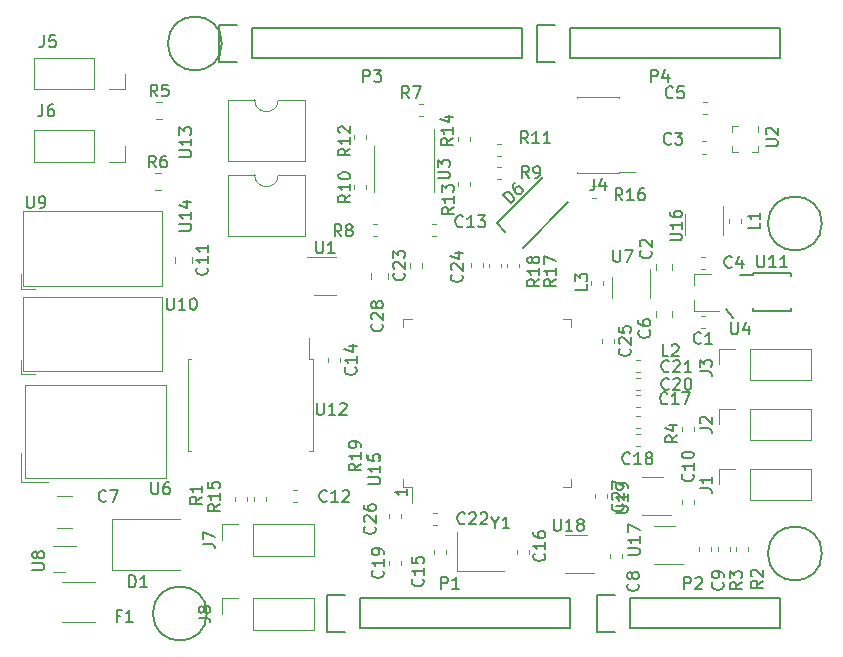
<source format=gbr>
%TF.GenerationSoftware,KiCad,Pcbnew,(5.1.6)-1*%
%TF.CreationDate,2020-11-16T12:45:36+03:00*%
%TF.ProjectId,SensorBoard,53656e73-6f72-4426-9f61-72642e6b6963,rev?*%
%TF.SameCoordinates,Original*%
%TF.FileFunction,Legend,Top*%
%TF.FilePolarity,Positive*%
%FSLAX46Y46*%
G04 Gerber Fmt 4.6, Leading zero omitted, Abs format (unit mm)*
G04 Created by KiCad (PCBNEW (5.1.6)-1) date 2020-11-16 12:45:36*
%MOMM*%
%LPD*%
G01*
G04 APERTURE LIST*
%ADD10C,0.150000*%
%ADD11C,0.120000*%
G04 APERTURE END LIST*
D10*
X171196000Y-98044000D02*
X171831000Y-98806000D01*
X144216380Y-113252285D02*
X144216380Y-113823714D01*
X144216380Y-113538000D02*
X143216380Y-113538000D01*
X143359238Y-113633238D01*
X143454476Y-113728476D01*
X143502095Y-113823714D01*
D11*
%TO.C,R19*%
X140740000Y-110662779D02*
X140740000Y-110337221D01*
X141760000Y-110662779D02*
X141760000Y-110337221D01*
%TO.C,J8*%
X131145000Y-125205000D02*
X131145000Y-122545000D01*
X131145000Y-125205000D02*
X136285000Y-125205000D01*
X136285000Y-125205000D02*
X136285000Y-122545000D01*
X131145000Y-122545000D02*
X136285000Y-122545000D01*
X128545000Y-122545000D02*
X129875000Y-122545000D01*
X128545000Y-123875000D02*
X128545000Y-122545000D01*
%TO.C,C27*%
X161165000Y-113747733D02*
X161165000Y-114090267D01*
X160145000Y-113747733D02*
X160145000Y-114090267D01*
%TO.C,R18*%
X152148000Y-94198221D02*
X152148000Y-94523779D01*
X151128000Y-94198221D02*
X151128000Y-94523779D01*
%TO.C,R17*%
X153672000Y-94198221D02*
X153672000Y-94523779D01*
X152652000Y-94198221D02*
X152652000Y-94523779D01*
%TO.C,R16*%
X159857221Y-87628000D02*
X160182779Y-87628000D01*
X159857221Y-88648000D02*
X160182779Y-88648000D01*
D10*
%TO.C,D6*%
X157802386Y-89021884D02*
X153984010Y-92840260D01*
X155681066Y-86900564D02*
X151791979Y-90789651D01*
X152499086Y-91496758D02*
X151791979Y-90789651D01*
D11*
%TO.C,R15*%
X131222000Y-113929733D02*
X131222000Y-114272267D01*
X132242000Y-113929733D02*
X132242000Y-114272267D01*
%TO.C,R1*%
X129597000Y-113929733D02*
X129597000Y-114272267D01*
X130617000Y-113929733D02*
X130617000Y-114272267D01*
%TO.C,J7*%
X128545000Y-117602000D02*
X128545000Y-116272000D01*
X128545000Y-116272000D02*
X129875000Y-116272000D01*
X131145000Y-116272000D02*
X136285000Y-116272000D01*
X136285000Y-118932000D02*
X136285000Y-116272000D01*
X131145000Y-118932000D02*
X136285000Y-118932000D01*
X131145000Y-118932000D02*
X131145000Y-116272000D01*
%TO.C,J6*%
X120330000Y-84250000D02*
X120330000Y-85580000D01*
X120330000Y-85580000D02*
X119000000Y-85580000D01*
X117730000Y-85580000D02*
X112590000Y-85580000D01*
X112590000Y-82920000D02*
X112590000Y-85580000D01*
X117730000Y-82920000D02*
X112590000Y-82920000D01*
X117730000Y-82920000D02*
X117730000Y-85580000D01*
%TO.C,J5*%
X120330000Y-78125000D02*
X120330000Y-79455000D01*
X120330000Y-79455000D02*
X119000000Y-79455000D01*
X117730000Y-79455000D02*
X112590000Y-79455000D01*
X112590000Y-76795000D02*
X112590000Y-79455000D01*
X117730000Y-76795000D02*
X112590000Y-76795000D01*
X117730000Y-76795000D02*
X117730000Y-79455000D01*
%TO.C,L3*%
X159740000Y-95703733D02*
X159740000Y-96046267D01*
X160760000Y-95703733D02*
X160760000Y-96046267D01*
%TO.C,U15*%
X158110000Y-99590000D02*
X158110000Y-98890000D01*
X158110000Y-98890000D02*
X157410000Y-98890000D01*
X158110000Y-112410000D02*
X158110000Y-113110000D01*
X158110000Y-113110000D02*
X157410000Y-113110000D01*
X143890000Y-99590000D02*
X143890000Y-98890000D01*
X143890000Y-98890000D02*
X144590000Y-98890000D01*
X143890000Y-112410000D02*
X143890000Y-113110000D01*
X143890000Y-113110000D02*
X144590000Y-113110000D01*
X144590000Y-113110000D02*
X144590000Y-114475000D01*
%TO.C,C19*%
X142688000Y-119736267D02*
X142688000Y-119393733D01*
X143708000Y-119736267D02*
X143708000Y-119393733D01*
%TO.C,C26*%
X143708000Y-115393733D02*
X143708000Y-115736267D01*
X142688000Y-115393733D02*
X142688000Y-115736267D01*
%TO.C,C25*%
X161760000Y-100578733D02*
X161760000Y-100921267D01*
X160740000Y-100578733D02*
X160740000Y-100921267D01*
%TO.C,C24*%
X149604000Y-94532267D02*
X149604000Y-94189733D01*
X150624000Y-94532267D02*
X150624000Y-94189733D01*
%TO.C,C23*%
X144488000Y-94536267D02*
X144488000Y-94193733D01*
X145508000Y-94536267D02*
X145508000Y-94193733D01*
%TO.C,C22*%
X146769267Y-116375000D02*
X146426733Y-116375000D01*
X146769267Y-115355000D02*
X146426733Y-115355000D01*
%TO.C,C20*%
X163576733Y-105355000D02*
X163919267Y-105355000D01*
X163576733Y-106375000D02*
X163919267Y-106375000D01*
%TO.C,C17*%
X163576733Y-107105000D02*
X163919267Y-107105000D01*
X163576733Y-108125000D02*
X163919267Y-108125000D01*
D10*
%TO.C,U11*%
X173473000Y-94990000D02*
X173473000Y-95165000D01*
X176723000Y-94990000D02*
X176723000Y-95265000D01*
X176723000Y-98240000D02*
X176723000Y-97965000D01*
X173473000Y-98240000D02*
X173473000Y-97965000D01*
X173473000Y-94990000D02*
X176723000Y-94990000D01*
X173473000Y-98240000D02*
X176723000Y-98240000D01*
X173473000Y-95165000D02*
X172398000Y-95165000D01*
D11*
%TO.C,U19*%
X164098000Y-115475000D02*
X166548000Y-115475000D01*
X165898000Y-112255000D02*
X164098000Y-112255000D01*
%TO.C,U18*%
X157600000Y-120360000D02*
X160050000Y-120360000D01*
X159400000Y-117140000D02*
X157600000Y-117140000D01*
%TO.C,U17*%
X165098000Y-119610000D02*
X167548000Y-119610000D01*
X166898000Y-116390000D02*
X165098000Y-116390000D01*
%TO.C,U16*%
X170985000Y-91775000D02*
X170985000Y-89325000D01*
X167765000Y-89975000D02*
X167765000Y-91775000D01*
%TO.C,J4*%
X162163000Y-86547000D02*
X158633000Y-86547000D01*
X162163000Y-80077000D02*
X158633000Y-80077000D01*
X163488000Y-86482000D02*
X162163000Y-86482000D01*
X162163000Y-86547000D02*
X162163000Y-86482000D01*
X158633000Y-86547000D02*
X158633000Y-86482000D01*
X162163000Y-80142000D02*
X162163000Y-80077000D01*
X158633000Y-80142000D02*
X158633000Y-80077000D01*
%TO.C,Y1*%
X148448000Y-116965000D02*
X148448000Y-120265000D01*
X148448000Y-120265000D02*
X152448000Y-120265000D01*
%TO.C,L2*%
X163576733Y-102355000D02*
X163919267Y-102355000D01*
X163576733Y-103375000D02*
X163919267Y-103375000D01*
%TO.C,L1*%
X172510000Y-90453733D02*
X172510000Y-90796267D01*
X171490000Y-90453733D02*
X171490000Y-90796267D01*
%TO.C,C28*%
X142585000Y-94988748D02*
X142585000Y-95511252D01*
X141165000Y-94988748D02*
X141165000Y-95511252D01*
%TO.C,C21*%
X163576733Y-103855000D02*
X163919267Y-103855000D01*
X163576733Y-104875000D02*
X163919267Y-104875000D01*
%TO.C,C18*%
X163576733Y-108605000D02*
X163919267Y-108605000D01*
X163576733Y-109625000D02*
X163919267Y-109625000D01*
%TO.C,C16*%
X153488000Y-118786267D02*
X153488000Y-118443733D01*
X154508000Y-118786267D02*
X154508000Y-118443733D01*
%TO.C,C15*%
X147508000Y-118443733D02*
X147508000Y-118786267D01*
X146488000Y-118443733D02*
X146488000Y-118786267D01*
%TO.C,J3*%
X170628000Y-102735000D02*
X170628000Y-101405000D01*
X170628000Y-101405000D02*
X171958000Y-101405000D01*
X173228000Y-101405000D02*
X178368000Y-101405000D01*
X178368000Y-104065000D02*
X178368000Y-101405000D01*
X173228000Y-104065000D02*
X178368000Y-104065000D01*
X173228000Y-104065000D02*
X173228000Y-101405000D01*
%TO.C,J2*%
X170628000Y-107815000D02*
X170628000Y-106485000D01*
X170628000Y-106485000D02*
X171958000Y-106485000D01*
X173228000Y-106485000D02*
X178368000Y-106485000D01*
X178368000Y-109145000D02*
X178368000Y-106485000D01*
X173228000Y-109145000D02*
X178368000Y-109145000D01*
X173228000Y-109145000D02*
X173228000Y-106485000D01*
%TO.C,J1*%
X170628000Y-112895000D02*
X170628000Y-111565000D01*
X170628000Y-111565000D02*
X171958000Y-111565000D01*
X173228000Y-111565000D02*
X178368000Y-111565000D01*
X178368000Y-114225000D02*
X178368000Y-111565000D01*
X173228000Y-114225000D02*
X178368000Y-114225000D01*
X173228000Y-114225000D02*
X173228000Y-111565000D01*
%TO.C,U14*%
X131298000Y-86685000D02*
X129063000Y-86685000D01*
X129063000Y-86685000D02*
X129063000Y-91885000D01*
X129063000Y-91885000D02*
X135533000Y-91885000D01*
X135533000Y-91885000D02*
X135533000Y-86685000D01*
X135533000Y-86685000D02*
X133298000Y-86685000D01*
X133298000Y-86685000D02*
G75*
G02*
X131298000Y-86685000I-1000000J0D01*
G01*
%TO.C,U13*%
X131298000Y-80335000D02*
X129063000Y-80335000D01*
X129063000Y-80335000D02*
X129063000Y-85535000D01*
X129063000Y-85535000D02*
X135533000Y-85535000D01*
X135533000Y-85535000D02*
X135533000Y-80335000D01*
X135533000Y-80335000D02*
X133298000Y-80335000D01*
X133298000Y-80335000D02*
G75*
G02*
X131298000Y-80335000I-1000000J0D01*
G01*
%TO.C,U12*%
X125677000Y-106172000D02*
X125677000Y-110032000D01*
X125677000Y-110032000D02*
X125932000Y-110032000D01*
X125677000Y-106172000D02*
X125677000Y-102312000D01*
X125677000Y-102312000D02*
X125932000Y-102312000D01*
X136197000Y-106172000D02*
X136197000Y-110032000D01*
X136197000Y-110032000D02*
X135942000Y-110032000D01*
X136197000Y-106172000D02*
X136197000Y-102312000D01*
X136197000Y-102312000D02*
X135942000Y-102312000D01*
X135942000Y-102312000D02*
X135942000Y-100497000D01*
%TO.C,U10*%
X111718000Y-96995000D02*
X123488000Y-96995000D01*
X111718000Y-96995000D02*
X111718000Y-103335000D01*
X111718000Y-103335000D02*
X123488000Y-103335000D01*
X123488000Y-96995000D02*
X123488000Y-103335000D01*
X111518000Y-102335000D02*
X111518000Y-103535000D01*
X111518000Y-103535000D02*
X112718000Y-103535000D01*
%TO.C,U9*%
X111718000Y-89775000D02*
X123488000Y-89775000D01*
X111718000Y-89775000D02*
X111718000Y-96115000D01*
X111718000Y-96115000D02*
X123488000Y-96115000D01*
X123488000Y-89775000D02*
X123488000Y-96115000D01*
X111518000Y-95115000D02*
X111518000Y-96315000D01*
X111518000Y-96315000D02*
X112718000Y-96315000D01*
%TO.C,U8*%
X115200000Y-120310000D02*
X114200000Y-120310000D01*
X116200000Y-118090000D02*
X114200000Y-118090000D01*
%TO.C,U7*%
X161588000Y-95315000D02*
X161588000Y-97115000D01*
X164808000Y-97115000D02*
X164808000Y-94665000D01*
%TO.C,U1*%
X136350000Y-96860000D02*
X138150000Y-96860000D01*
X138150000Y-93640000D02*
X135700000Y-93640000D01*
%TO.C,R14*%
X148528000Y-83856267D02*
X148528000Y-83513733D01*
X149548000Y-83856267D02*
X149548000Y-83513733D01*
%TO.C,R13*%
X149548000Y-87323733D02*
X149548000Y-87666267D01*
X148528000Y-87323733D02*
X148528000Y-87666267D01*
%TO.C,R12*%
X140760000Y-83328733D02*
X140760000Y-83671267D01*
X139740000Y-83328733D02*
X139740000Y-83671267D01*
%TO.C,R11*%
X152169267Y-85075000D02*
X151826733Y-85075000D01*
X152169267Y-84055000D02*
X151826733Y-84055000D01*
%TO.C,R10*%
X139740000Y-87921267D02*
X139740000Y-87578733D01*
X140760000Y-87921267D02*
X140760000Y-87578733D01*
%TO.C,R9*%
X152169267Y-87075000D02*
X151826733Y-87075000D01*
X152169267Y-86055000D02*
X151826733Y-86055000D01*
%TO.C,R8*%
X141328733Y-90855000D02*
X141671267Y-90855000D01*
X141328733Y-91875000D02*
X141671267Y-91875000D01*
%TO.C,R7*%
X145569267Y-81675000D02*
X145226733Y-81675000D01*
X145569267Y-80655000D02*
X145226733Y-80655000D01*
%TO.C,R6*%
X122838748Y-86540000D02*
X123361252Y-86540000D01*
X122838748Y-87960000D02*
X123361252Y-87960000D01*
%TO.C,R5*%
X122963748Y-80540000D02*
X123486252Y-80540000D01*
X122963748Y-81960000D02*
X123486252Y-81960000D01*
%TO.C,R4*%
X168508000Y-108068733D02*
X168508000Y-108411267D01*
X167488000Y-108068733D02*
X167488000Y-108411267D01*
%TO.C,R3*%
X171510000Y-118192733D02*
X171510000Y-118535267D01*
X170490000Y-118192733D02*
X170490000Y-118535267D01*
%TO.C,R2*%
X173110000Y-118192733D02*
X173110000Y-118535267D01*
X172090000Y-118192733D02*
X172090000Y-118535267D01*
%TO.C,F1*%
X114988748Y-121165000D02*
X117761252Y-121165000D01*
X114988748Y-124585000D02*
X117761252Y-124585000D01*
%TO.C,D1*%
X119250000Y-115850000D02*
X119250000Y-120150000D01*
X119250000Y-120150000D02*
X124950000Y-120150000D01*
X119250000Y-115850000D02*
X124950000Y-115850000D01*
%TO.C,C14*%
X138559000Y-102179733D02*
X138559000Y-102522267D01*
X137539000Y-102179733D02*
X137539000Y-102522267D01*
%TO.C,C13*%
X146328733Y-90855000D02*
X146671267Y-90855000D01*
X146328733Y-91875000D02*
X146671267Y-91875000D01*
%TO.C,C12*%
X134866267Y-114351000D02*
X134523733Y-114351000D01*
X134866267Y-113331000D02*
X134523733Y-113331000D01*
%TO.C,C11*%
X125960000Y-93638748D02*
X125960000Y-94161252D01*
X124540000Y-93638748D02*
X124540000Y-94161252D01*
%TO.C,C10*%
X167488000Y-114536267D02*
X167488000Y-114193733D01*
X168508000Y-114536267D02*
X168508000Y-114193733D01*
%TO.C,C9*%
X168908000Y-118535267D02*
X168908000Y-118192733D01*
X169928000Y-118535267D02*
X169928000Y-118192733D01*
%TO.C,C8*%
X161365000Y-119171267D02*
X161365000Y-118828733D01*
X162385000Y-119171267D02*
X162385000Y-118828733D01*
%TO.C,C7*%
X114597936Y-113840000D02*
X115802064Y-113840000D01*
X114597936Y-116560000D02*
X115802064Y-116560000D01*
%TO.C,C6*%
X165238000Y-98726252D02*
X165238000Y-98203748D01*
X166658000Y-98726252D02*
X166658000Y-98203748D01*
%TO.C,C5*%
X169566267Y-81539000D02*
X169223733Y-81539000D01*
X169566267Y-80519000D02*
X169223733Y-80519000D01*
%TO.C,C4*%
X169421267Y-94635000D02*
X169078733Y-94635000D01*
X169421267Y-93615000D02*
X169078733Y-93615000D01*
%TO.C,C3*%
X169546267Y-84885000D02*
X169203733Y-84885000D01*
X169546267Y-83865000D02*
X169203733Y-83865000D01*
%TO.C,C2*%
X166658000Y-94203748D02*
X166658000Y-94726252D01*
X165238000Y-94203748D02*
X165238000Y-94726252D01*
%TO.C,C1*%
X169421267Y-99635000D02*
X169078733Y-99635000D01*
X169421267Y-98615000D02*
X169078733Y-98615000D01*
%TO.C,U6*%
X111828000Y-112355000D02*
X111828000Y-104505000D01*
X111828000Y-104505000D02*
X123768000Y-104505000D01*
X123768000Y-104505000D02*
X123768000Y-112355000D01*
X123768000Y-112355000D02*
X111828000Y-112355000D01*
X111498000Y-110235000D02*
X111498000Y-112685000D01*
X111498000Y-112685000D02*
X113828000Y-112685000D01*
%TO.C,U4*%
X168490000Y-95045000D02*
X169950000Y-95045000D01*
X168490000Y-98205000D02*
X170650000Y-98205000D01*
X168490000Y-98205000D02*
X168490000Y-97275000D01*
X168490000Y-95045000D02*
X168490000Y-95975000D01*
%TO.C,U3*%
X146518000Y-86225000D02*
X146518000Y-82775000D01*
X146518000Y-86225000D02*
X146518000Y-88175000D01*
X141398000Y-86225000D02*
X141398000Y-84275000D01*
X141398000Y-86225000D02*
X141398000Y-88175000D01*
%TO.C,U2*%
X173930000Y-82525000D02*
X173930000Y-82525000D01*
X173930000Y-83025000D02*
X173930000Y-82525000D01*
X172230000Y-82525000D02*
X172230000Y-82525000D01*
X171730000Y-82525000D02*
X172230000Y-82525000D01*
X171730000Y-83025000D02*
X171730000Y-82525000D01*
X171730000Y-84225000D02*
X171730000Y-84225000D01*
X171730000Y-84725000D02*
X171730000Y-84225000D01*
X172230000Y-84725000D02*
X171730000Y-84725000D01*
X173430000Y-84725000D02*
X173430000Y-84725000D01*
X173930000Y-84725000D02*
X173430000Y-84725000D01*
X173930000Y-84225000D02*
X173930000Y-84725000D01*
D10*
%TO.C,P1*%
X140208000Y-125095000D02*
X157988000Y-125095000D01*
X157988000Y-125095000D02*
X157988000Y-122555000D01*
X157988000Y-122555000D02*
X140208000Y-122555000D01*
X137388000Y-125375000D02*
X138938000Y-125375000D01*
X140208000Y-125095000D02*
X140208000Y-122555000D01*
X138938000Y-122275000D02*
X137388000Y-122275000D01*
X137388000Y-122275000D02*
X137388000Y-125375000D01*
%TO.C,P2*%
X163068000Y-125095000D02*
X175768000Y-125095000D01*
X175768000Y-125095000D02*
X175768000Y-122555000D01*
X175768000Y-122555000D02*
X163068000Y-122555000D01*
X160248000Y-125375000D02*
X161798000Y-125375000D01*
X163068000Y-125095000D02*
X163068000Y-122555000D01*
X161798000Y-122275000D02*
X160248000Y-122275000D01*
X160248000Y-122275000D02*
X160248000Y-125375000D01*
%TO.C,P3*%
X131064000Y-76835000D02*
X153924000Y-76835000D01*
X153924000Y-76835000D02*
X153924000Y-74295000D01*
X153924000Y-74295000D02*
X131064000Y-74295000D01*
X128244000Y-77115000D02*
X129794000Y-77115000D01*
X131064000Y-76835000D02*
X131064000Y-74295000D01*
X129794000Y-74015000D02*
X128244000Y-74015000D01*
X128244000Y-74015000D02*
X128244000Y-77115000D01*
%TO.C,P4*%
X157988000Y-76835000D02*
X175768000Y-76835000D01*
X175768000Y-76835000D02*
X175768000Y-74295000D01*
X175768000Y-74295000D02*
X157988000Y-74295000D01*
X155168000Y-77115000D02*
X156718000Y-77115000D01*
X157988000Y-76835000D02*
X157988000Y-74295000D01*
X156718000Y-74015000D02*
X155168000Y-74015000D01*
X155168000Y-74015000D02*
X155168000Y-77115000D01*
%TO.C,P5*%
X127254000Y-123825000D02*
G75*
G03*
X127254000Y-123825000I-2286000J0D01*
G01*
%TO.C,P6*%
X179324000Y-118745000D02*
G75*
G03*
X179324000Y-118745000I-2286000J0D01*
G01*
%TO.C,P7*%
X128524000Y-75565000D02*
G75*
G03*
X128524000Y-75565000I-2286000J0D01*
G01*
%TO.C,P8*%
X179324000Y-90805000D02*
G75*
G03*
X179324000Y-90805000I-2286000J0D01*
G01*
%TO.C,R19*%
X140272380Y-111142857D02*
X139796190Y-111476190D01*
X140272380Y-111714285D02*
X139272380Y-111714285D01*
X139272380Y-111333333D01*
X139320000Y-111238095D01*
X139367619Y-111190476D01*
X139462857Y-111142857D01*
X139605714Y-111142857D01*
X139700952Y-111190476D01*
X139748571Y-111238095D01*
X139796190Y-111333333D01*
X139796190Y-111714285D01*
X140272380Y-110190476D02*
X140272380Y-110761904D01*
X140272380Y-110476190D02*
X139272380Y-110476190D01*
X139415238Y-110571428D01*
X139510476Y-110666666D01*
X139558095Y-110761904D01*
X140272380Y-109714285D02*
X140272380Y-109523809D01*
X140224761Y-109428571D01*
X140177142Y-109380952D01*
X140034285Y-109285714D01*
X139843809Y-109238095D01*
X139462857Y-109238095D01*
X139367619Y-109285714D01*
X139320000Y-109333333D01*
X139272380Y-109428571D01*
X139272380Y-109619047D01*
X139320000Y-109714285D01*
X139367619Y-109761904D01*
X139462857Y-109809523D01*
X139700952Y-109809523D01*
X139796190Y-109761904D01*
X139843809Y-109714285D01*
X139891428Y-109619047D01*
X139891428Y-109428571D01*
X139843809Y-109333333D01*
X139796190Y-109285714D01*
X139700952Y-109238095D01*
%TO.C,J8*%
X126557380Y-124208333D02*
X127271666Y-124208333D01*
X127414523Y-124255952D01*
X127509761Y-124351190D01*
X127557380Y-124494047D01*
X127557380Y-124589285D01*
X126985952Y-123589285D02*
X126938333Y-123684523D01*
X126890714Y-123732142D01*
X126795476Y-123779761D01*
X126747857Y-123779761D01*
X126652619Y-123732142D01*
X126605000Y-123684523D01*
X126557380Y-123589285D01*
X126557380Y-123398809D01*
X126605000Y-123303571D01*
X126652619Y-123255952D01*
X126747857Y-123208333D01*
X126795476Y-123208333D01*
X126890714Y-123255952D01*
X126938333Y-123303571D01*
X126985952Y-123398809D01*
X126985952Y-123589285D01*
X127033571Y-123684523D01*
X127081190Y-123732142D01*
X127176428Y-123779761D01*
X127366904Y-123779761D01*
X127462142Y-123732142D01*
X127509761Y-123684523D01*
X127557380Y-123589285D01*
X127557380Y-123398809D01*
X127509761Y-123303571D01*
X127462142Y-123255952D01*
X127366904Y-123208333D01*
X127176428Y-123208333D01*
X127081190Y-123255952D01*
X127033571Y-123303571D01*
X126985952Y-123398809D01*
%TO.C,C27*%
X162442142Y-114561857D02*
X162489761Y-114609476D01*
X162537380Y-114752333D01*
X162537380Y-114847571D01*
X162489761Y-114990428D01*
X162394523Y-115085666D01*
X162299285Y-115133285D01*
X162108809Y-115180904D01*
X161965952Y-115180904D01*
X161775476Y-115133285D01*
X161680238Y-115085666D01*
X161585000Y-114990428D01*
X161537380Y-114847571D01*
X161537380Y-114752333D01*
X161585000Y-114609476D01*
X161632619Y-114561857D01*
X161632619Y-114180904D02*
X161585000Y-114133285D01*
X161537380Y-114038047D01*
X161537380Y-113799952D01*
X161585000Y-113704714D01*
X161632619Y-113657095D01*
X161727857Y-113609476D01*
X161823095Y-113609476D01*
X161965952Y-113657095D01*
X162537380Y-114228523D01*
X162537380Y-113609476D01*
X161537380Y-113276142D02*
X161537380Y-112609476D01*
X162537380Y-113038047D01*
%TO.C,R18*%
X155392380Y-95511857D02*
X154916190Y-95845190D01*
X155392380Y-96083285D02*
X154392380Y-96083285D01*
X154392380Y-95702333D01*
X154440000Y-95607095D01*
X154487619Y-95559476D01*
X154582857Y-95511857D01*
X154725714Y-95511857D01*
X154820952Y-95559476D01*
X154868571Y-95607095D01*
X154916190Y-95702333D01*
X154916190Y-96083285D01*
X155392380Y-94559476D02*
X155392380Y-95130904D01*
X155392380Y-94845190D02*
X154392380Y-94845190D01*
X154535238Y-94940428D01*
X154630476Y-95035666D01*
X154678095Y-95130904D01*
X154820952Y-93988047D02*
X154773333Y-94083285D01*
X154725714Y-94130904D01*
X154630476Y-94178523D01*
X154582857Y-94178523D01*
X154487619Y-94130904D01*
X154440000Y-94083285D01*
X154392380Y-93988047D01*
X154392380Y-93797571D01*
X154440000Y-93702333D01*
X154487619Y-93654714D01*
X154582857Y-93607095D01*
X154630476Y-93607095D01*
X154725714Y-93654714D01*
X154773333Y-93702333D01*
X154820952Y-93797571D01*
X154820952Y-93988047D01*
X154868571Y-94083285D01*
X154916190Y-94130904D01*
X155011428Y-94178523D01*
X155201904Y-94178523D01*
X155297142Y-94130904D01*
X155344761Y-94083285D01*
X155392380Y-93988047D01*
X155392380Y-93797571D01*
X155344761Y-93702333D01*
X155297142Y-93654714D01*
X155201904Y-93607095D01*
X155011428Y-93607095D01*
X154916190Y-93654714D01*
X154868571Y-93702333D01*
X154820952Y-93797571D01*
%TO.C,R17*%
X156789380Y-95511857D02*
X156313190Y-95845190D01*
X156789380Y-96083285D02*
X155789380Y-96083285D01*
X155789380Y-95702333D01*
X155837000Y-95607095D01*
X155884619Y-95559476D01*
X155979857Y-95511857D01*
X156122714Y-95511857D01*
X156217952Y-95559476D01*
X156265571Y-95607095D01*
X156313190Y-95702333D01*
X156313190Y-96083285D01*
X156789380Y-94559476D02*
X156789380Y-95130904D01*
X156789380Y-94845190D02*
X155789380Y-94845190D01*
X155932238Y-94940428D01*
X156027476Y-95035666D01*
X156075095Y-95130904D01*
X155789380Y-94226142D02*
X155789380Y-93559476D01*
X156789380Y-93988047D01*
%TO.C,R16*%
X162425142Y-88844380D02*
X162091809Y-88368190D01*
X161853714Y-88844380D02*
X161853714Y-87844380D01*
X162234666Y-87844380D01*
X162329904Y-87892000D01*
X162377523Y-87939619D01*
X162425142Y-88034857D01*
X162425142Y-88177714D01*
X162377523Y-88272952D01*
X162329904Y-88320571D01*
X162234666Y-88368190D01*
X161853714Y-88368190D01*
X163377523Y-88844380D02*
X162806095Y-88844380D01*
X163091809Y-88844380D02*
X163091809Y-87844380D01*
X162996571Y-87987238D01*
X162901333Y-88082476D01*
X162806095Y-88130095D01*
X164234666Y-87844380D02*
X164044190Y-87844380D01*
X163948952Y-87892000D01*
X163901333Y-87939619D01*
X163806095Y-88082476D01*
X163758476Y-88272952D01*
X163758476Y-88653904D01*
X163806095Y-88749142D01*
X163853714Y-88796761D01*
X163948952Y-88844380D01*
X164139428Y-88844380D01*
X164234666Y-88796761D01*
X164282285Y-88749142D01*
X164329904Y-88653904D01*
X164329904Y-88415809D01*
X164282285Y-88320571D01*
X164234666Y-88272952D01*
X164139428Y-88225333D01*
X163948952Y-88225333D01*
X163853714Y-88272952D01*
X163806095Y-88320571D01*
X163758476Y-88415809D01*
%TO.C,D6*%
X153004161Y-89085859D02*
X152297054Y-88378753D01*
X152465413Y-88210394D01*
X152600100Y-88143050D01*
X152734787Y-88143050D01*
X152835802Y-88176722D01*
X153004161Y-88277737D01*
X153105176Y-88378753D01*
X153206192Y-88547111D01*
X153239863Y-88648127D01*
X153239863Y-88782814D01*
X153172520Y-88917501D01*
X153004161Y-89085859D01*
X153307207Y-87368600D02*
X153172520Y-87503287D01*
X153138848Y-87604302D01*
X153138848Y-87671646D01*
X153172520Y-87840004D01*
X153273535Y-88008363D01*
X153542909Y-88277737D01*
X153643924Y-88311409D01*
X153711268Y-88311409D01*
X153812283Y-88277737D01*
X153946970Y-88143050D01*
X153980642Y-88042035D01*
X153980642Y-87974691D01*
X153946970Y-87873676D01*
X153778611Y-87705317D01*
X153677596Y-87671646D01*
X153610253Y-87671646D01*
X153509237Y-87705317D01*
X153374550Y-87840004D01*
X153340879Y-87941020D01*
X153340879Y-88008363D01*
X153374550Y-88109378D01*
%TO.C,R15*%
X128341380Y-114561857D02*
X127865190Y-114895190D01*
X128341380Y-115133285D02*
X127341380Y-115133285D01*
X127341380Y-114752333D01*
X127389000Y-114657095D01*
X127436619Y-114609476D01*
X127531857Y-114561857D01*
X127674714Y-114561857D01*
X127769952Y-114609476D01*
X127817571Y-114657095D01*
X127865190Y-114752333D01*
X127865190Y-115133285D01*
X128341380Y-113609476D02*
X128341380Y-114180904D01*
X128341380Y-113895190D02*
X127341380Y-113895190D01*
X127484238Y-113990428D01*
X127579476Y-114085666D01*
X127627095Y-114180904D01*
X127341380Y-112704714D02*
X127341380Y-113180904D01*
X127817571Y-113228523D01*
X127769952Y-113180904D01*
X127722333Y-113085666D01*
X127722333Y-112847571D01*
X127769952Y-112752333D01*
X127817571Y-112704714D01*
X127912809Y-112657095D01*
X128150904Y-112657095D01*
X128246142Y-112704714D01*
X128293761Y-112752333D01*
X128341380Y-112847571D01*
X128341380Y-113085666D01*
X128293761Y-113180904D01*
X128246142Y-113228523D01*
%TO.C,R1*%
X126817380Y-113958666D02*
X126341190Y-114292000D01*
X126817380Y-114530095D02*
X125817380Y-114530095D01*
X125817380Y-114149142D01*
X125865000Y-114053904D01*
X125912619Y-114006285D01*
X126007857Y-113958666D01*
X126150714Y-113958666D01*
X126245952Y-114006285D01*
X126293571Y-114053904D01*
X126341190Y-114149142D01*
X126341190Y-114530095D01*
X126817380Y-113006285D02*
X126817380Y-113577714D01*
X126817380Y-113292000D02*
X125817380Y-113292000D01*
X125960238Y-113387238D01*
X126055476Y-113482476D01*
X126103095Y-113577714D01*
%TO.C,J7*%
X126914380Y-117935333D02*
X127628666Y-117935333D01*
X127771523Y-117982952D01*
X127866761Y-118078190D01*
X127914380Y-118221047D01*
X127914380Y-118316285D01*
X126914380Y-117554380D02*
X126914380Y-116887714D01*
X127914380Y-117316285D01*
%TO.C,J6*%
X113331666Y-80732380D02*
X113331666Y-81446666D01*
X113284047Y-81589523D01*
X113188809Y-81684761D01*
X113045952Y-81732380D01*
X112950714Y-81732380D01*
X114236428Y-80732380D02*
X114045952Y-80732380D01*
X113950714Y-80780000D01*
X113903095Y-80827619D01*
X113807857Y-80970476D01*
X113760238Y-81160952D01*
X113760238Y-81541904D01*
X113807857Y-81637142D01*
X113855476Y-81684761D01*
X113950714Y-81732380D01*
X114141190Y-81732380D01*
X114236428Y-81684761D01*
X114284047Y-81637142D01*
X114331666Y-81541904D01*
X114331666Y-81303809D01*
X114284047Y-81208571D01*
X114236428Y-81160952D01*
X114141190Y-81113333D01*
X113950714Y-81113333D01*
X113855476Y-81160952D01*
X113807857Y-81208571D01*
X113760238Y-81303809D01*
%TO.C,J5*%
X113458666Y-74890380D02*
X113458666Y-75604666D01*
X113411047Y-75747523D01*
X113315809Y-75842761D01*
X113172952Y-75890380D01*
X113077714Y-75890380D01*
X114411047Y-74890380D02*
X113934857Y-74890380D01*
X113887238Y-75366571D01*
X113934857Y-75318952D01*
X114030095Y-75271333D01*
X114268190Y-75271333D01*
X114363428Y-75318952D01*
X114411047Y-75366571D01*
X114458666Y-75461809D01*
X114458666Y-75699904D01*
X114411047Y-75795142D01*
X114363428Y-75842761D01*
X114268190Y-75890380D01*
X114030095Y-75890380D01*
X113934857Y-75842761D01*
X113887238Y-75795142D01*
%TO.C,L3*%
X159454380Y-95924666D02*
X159454380Y-96400857D01*
X158454380Y-96400857D01*
X158454380Y-95686571D02*
X158454380Y-95067523D01*
X158835333Y-95400857D01*
X158835333Y-95258000D01*
X158882952Y-95162761D01*
X158930571Y-95115142D01*
X159025809Y-95067523D01*
X159263904Y-95067523D01*
X159359142Y-95115142D01*
X159406761Y-95162761D01*
X159454380Y-95258000D01*
X159454380Y-95543714D01*
X159406761Y-95638952D01*
X159359142Y-95686571D01*
%TO.C,U15*%
X140930380Y-112871095D02*
X141739904Y-112871095D01*
X141835142Y-112823476D01*
X141882761Y-112775857D01*
X141930380Y-112680619D01*
X141930380Y-112490142D01*
X141882761Y-112394904D01*
X141835142Y-112347285D01*
X141739904Y-112299666D01*
X140930380Y-112299666D01*
X141930380Y-111299666D02*
X141930380Y-111871095D01*
X141930380Y-111585380D02*
X140930380Y-111585380D01*
X141073238Y-111680619D01*
X141168476Y-111775857D01*
X141216095Y-111871095D01*
X140930380Y-110394904D02*
X140930380Y-110871095D01*
X141406571Y-110918714D01*
X141358952Y-110871095D01*
X141311333Y-110775857D01*
X141311333Y-110537761D01*
X141358952Y-110442523D01*
X141406571Y-110394904D01*
X141501809Y-110347285D01*
X141739904Y-110347285D01*
X141835142Y-110394904D01*
X141882761Y-110442523D01*
X141930380Y-110537761D01*
X141930380Y-110775857D01*
X141882761Y-110871095D01*
X141835142Y-110918714D01*
%TO.C,C19*%
X142125142Y-120207857D02*
X142172761Y-120255476D01*
X142220380Y-120398333D01*
X142220380Y-120493571D01*
X142172761Y-120636428D01*
X142077523Y-120731666D01*
X141982285Y-120779285D01*
X141791809Y-120826904D01*
X141648952Y-120826904D01*
X141458476Y-120779285D01*
X141363238Y-120731666D01*
X141268000Y-120636428D01*
X141220380Y-120493571D01*
X141220380Y-120398333D01*
X141268000Y-120255476D01*
X141315619Y-120207857D01*
X142220380Y-119255476D02*
X142220380Y-119826904D01*
X142220380Y-119541190D02*
X141220380Y-119541190D01*
X141363238Y-119636428D01*
X141458476Y-119731666D01*
X141506095Y-119826904D01*
X142220380Y-118779285D02*
X142220380Y-118588809D01*
X142172761Y-118493571D01*
X142125142Y-118445952D01*
X141982285Y-118350714D01*
X141791809Y-118303095D01*
X141410857Y-118303095D01*
X141315619Y-118350714D01*
X141268000Y-118398333D01*
X141220380Y-118493571D01*
X141220380Y-118684047D01*
X141268000Y-118779285D01*
X141315619Y-118826904D01*
X141410857Y-118874523D01*
X141648952Y-118874523D01*
X141744190Y-118826904D01*
X141791809Y-118779285D01*
X141839428Y-118684047D01*
X141839428Y-118493571D01*
X141791809Y-118398333D01*
X141744190Y-118350714D01*
X141648952Y-118303095D01*
%TO.C,C26*%
X141454142Y-116466857D02*
X141501761Y-116514476D01*
X141549380Y-116657333D01*
X141549380Y-116752571D01*
X141501761Y-116895428D01*
X141406523Y-116990666D01*
X141311285Y-117038285D01*
X141120809Y-117085904D01*
X140977952Y-117085904D01*
X140787476Y-117038285D01*
X140692238Y-116990666D01*
X140597000Y-116895428D01*
X140549380Y-116752571D01*
X140549380Y-116657333D01*
X140597000Y-116514476D01*
X140644619Y-116466857D01*
X140644619Y-116085904D02*
X140597000Y-116038285D01*
X140549380Y-115943047D01*
X140549380Y-115704952D01*
X140597000Y-115609714D01*
X140644619Y-115562095D01*
X140739857Y-115514476D01*
X140835095Y-115514476D01*
X140977952Y-115562095D01*
X141549380Y-116133523D01*
X141549380Y-115514476D01*
X140549380Y-114657333D02*
X140549380Y-114847809D01*
X140597000Y-114943047D01*
X140644619Y-114990666D01*
X140787476Y-115085904D01*
X140977952Y-115133523D01*
X141358904Y-115133523D01*
X141454142Y-115085904D01*
X141501761Y-115038285D01*
X141549380Y-114943047D01*
X141549380Y-114752571D01*
X141501761Y-114657333D01*
X141454142Y-114609714D01*
X141358904Y-114562095D01*
X141120809Y-114562095D01*
X141025571Y-114609714D01*
X140977952Y-114657333D01*
X140930333Y-114752571D01*
X140930333Y-114943047D01*
X140977952Y-115038285D01*
X141025571Y-115085904D01*
X141120809Y-115133523D01*
%TO.C,C25*%
X163037142Y-101392857D02*
X163084761Y-101440476D01*
X163132380Y-101583333D01*
X163132380Y-101678571D01*
X163084761Y-101821428D01*
X162989523Y-101916666D01*
X162894285Y-101964285D01*
X162703809Y-102011904D01*
X162560952Y-102011904D01*
X162370476Y-101964285D01*
X162275238Y-101916666D01*
X162180000Y-101821428D01*
X162132380Y-101678571D01*
X162132380Y-101583333D01*
X162180000Y-101440476D01*
X162227619Y-101392857D01*
X162227619Y-101011904D02*
X162180000Y-100964285D01*
X162132380Y-100869047D01*
X162132380Y-100630952D01*
X162180000Y-100535714D01*
X162227619Y-100488095D01*
X162322857Y-100440476D01*
X162418095Y-100440476D01*
X162560952Y-100488095D01*
X163132380Y-101059523D01*
X163132380Y-100440476D01*
X162132380Y-99535714D02*
X162132380Y-100011904D01*
X162608571Y-100059523D01*
X162560952Y-100011904D01*
X162513333Y-99916666D01*
X162513333Y-99678571D01*
X162560952Y-99583333D01*
X162608571Y-99535714D01*
X162703809Y-99488095D01*
X162941904Y-99488095D01*
X163037142Y-99535714D01*
X163084761Y-99583333D01*
X163132380Y-99678571D01*
X163132380Y-99916666D01*
X163084761Y-100011904D01*
X163037142Y-100059523D01*
%TO.C,C24*%
X148820142Y-95130857D02*
X148867761Y-95178476D01*
X148915380Y-95321333D01*
X148915380Y-95416571D01*
X148867761Y-95559428D01*
X148772523Y-95654666D01*
X148677285Y-95702285D01*
X148486809Y-95749904D01*
X148343952Y-95749904D01*
X148153476Y-95702285D01*
X148058238Y-95654666D01*
X147963000Y-95559428D01*
X147915380Y-95416571D01*
X147915380Y-95321333D01*
X147963000Y-95178476D01*
X148010619Y-95130857D01*
X148010619Y-94749904D02*
X147963000Y-94702285D01*
X147915380Y-94607047D01*
X147915380Y-94368952D01*
X147963000Y-94273714D01*
X148010619Y-94226095D01*
X148105857Y-94178476D01*
X148201095Y-94178476D01*
X148343952Y-94226095D01*
X148915380Y-94797523D01*
X148915380Y-94178476D01*
X148248714Y-93321333D02*
X148915380Y-93321333D01*
X147867761Y-93559428D02*
X148582047Y-93797523D01*
X148582047Y-93178476D01*
%TO.C,C23*%
X143925142Y-95007857D02*
X143972761Y-95055476D01*
X144020380Y-95198333D01*
X144020380Y-95293571D01*
X143972761Y-95436428D01*
X143877523Y-95531666D01*
X143782285Y-95579285D01*
X143591809Y-95626904D01*
X143448952Y-95626904D01*
X143258476Y-95579285D01*
X143163238Y-95531666D01*
X143068000Y-95436428D01*
X143020380Y-95293571D01*
X143020380Y-95198333D01*
X143068000Y-95055476D01*
X143115619Y-95007857D01*
X143115619Y-94626904D02*
X143068000Y-94579285D01*
X143020380Y-94484047D01*
X143020380Y-94245952D01*
X143068000Y-94150714D01*
X143115619Y-94103095D01*
X143210857Y-94055476D01*
X143306095Y-94055476D01*
X143448952Y-94103095D01*
X144020380Y-94674523D01*
X144020380Y-94055476D01*
X143020380Y-93722142D02*
X143020380Y-93103095D01*
X143401333Y-93436428D01*
X143401333Y-93293571D01*
X143448952Y-93198333D01*
X143496571Y-93150714D01*
X143591809Y-93103095D01*
X143829904Y-93103095D01*
X143925142Y-93150714D01*
X143972761Y-93198333D01*
X144020380Y-93293571D01*
X144020380Y-93579285D01*
X143972761Y-93674523D01*
X143925142Y-93722142D01*
%TO.C,C22*%
X149090142Y-116181142D02*
X149042523Y-116228761D01*
X148899666Y-116276380D01*
X148804428Y-116276380D01*
X148661571Y-116228761D01*
X148566333Y-116133523D01*
X148518714Y-116038285D01*
X148471095Y-115847809D01*
X148471095Y-115704952D01*
X148518714Y-115514476D01*
X148566333Y-115419238D01*
X148661571Y-115324000D01*
X148804428Y-115276380D01*
X148899666Y-115276380D01*
X149042523Y-115324000D01*
X149090142Y-115371619D01*
X149471095Y-115371619D02*
X149518714Y-115324000D01*
X149613952Y-115276380D01*
X149852047Y-115276380D01*
X149947285Y-115324000D01*
X149994904Y-115371619D01*
X150042523Y-115466857D01*
X150042523Y-115562095D01*
X149994904Y-115704952D01*
X149423476Y-116276380D01*
X150042523Y-116276380D01*
X150423476Y-115371619D02*
X150471095Y-115324000D01*
X150566333Y-115276380D01*
X150804428Y-115276380D01*
X150899666Y-115324000D01*
X150947285Y-115371619D01*
X150994904Y-115466857D01*
X150994904Y-115562095D01*
X150947285Y-115704952D01*
X150375857Y-116276380D01*
X150994904Y-116276380D01*
%TO.C,C20*%
X166362142Y-104792142D02*
X166314523Y-104839761D01*
X166171666Y-104887380D01*
X166076428Y-104887380D01*
X165933571Y-104839761D01*
X165838333Y-104744523D01*
X165790714Y-104649285D01*
X165743095Y-104458809D01*
X165743095Y-104315952D01*
X165790714Y-104125476D01*
X165838333Y-104030238D01*
X165933571Y-103935000D01*
X166076428Y-103887380D01*
X166171666Y-103887380D01*
X166314523Y-103935000D01*
X166362142Y-103982619D01*
X166743095Y-103982619D02*
X166790714Y-103935000D01*
X166885952Y-103887380D01*
X167124047Y-103887380D01*
X167219285Y-103935000D01*
X167266904Y-103982619D01*
X167314523Y-104077857D01*
X167314523Y-104173095D01*
X167266904Y-104315952D01*
X166695476Y-104887380D01*
X167314523Y-104887380D01*
X167933571Y-103887380D02*
X168028809Y-103887380D01*
X168124047Y-103935000D01*
X168171666Y-103982619D01*
X168219285Y-104077857D01*
X168266904Y-104268333D01*
X168266904Y-104506428D01*
X168219285Y-104696904D01*
X168171666Y-104792142D01*
X168124047Y-104839761D01*
X168028809Y-104887380D01*
X167933571Y-104887380D01*
X167838333Y-104839761D01*
X167790714Y-104792142D01*
X167743095Y-104696904D01*
X167695476Y-104506428D01*
X167695476Y-104268333D01*
X167743095Y-104077857D01*
X167790714Y-103982619D01*
X167838333Y-103935000D01*
X167933571Y-103887380D01*
%TO.C,C17*%
X166235142Y-106021142D02*
X166187523Y-106068761D01*
X166044666Y-106116380D01*
X165949428Y-106116380D01*
X165806571Y-106068761D01*
X165711333Y-105973523D01*
X165663714Y-105878285D01*
X165616095Y-105687809D01*
X165616095Y-105544952D01*
X165663714Y-105354476D01*
X165711333Y-105259238D01*
X165806571Y-105164000D01*
X165949428Y-105116380D01*
X166044666Y-105116380D01*
X166187523Y-105164000D01*
X166235142Y-105211619D01*
X167187523Y-106116380D02*
X166616095Y-106116380D01*
X166901809Y-106116380D02*
X166901809Y-105116380D01*
X166806571Y-105259238D01*
X166711333Y-105354476D01*
X166616095Y-105402095D01*
X167520857Y-105116380D02*
X168187523Y-105116380D01*
X167758952Y-106116380D01*
%TO.C,U11*%
X173859904Y-93517380D02*
X173859904Y-94326904D01*
X173907523Y-94422142D01*
X173955142Y-94469761D01*
X174050380Y-94517380D01*
X174240857Y-94517380D01*
X174336095Y-94469761D01*
X174383714Y-94422142D01*
X174431333Y-94326904D01*
X174431333Y-93517380D01*
X175431333Y-94517380D02*
X174859904Y-94517380D01*
X175145619Y-94517380D02*
X175145619Y-93517380D01*
X175050380Y-93660238D01*
X174955142Y-93755476D01*
X174859904Y-93803095D01*
X176383714Y-94517380D02*
X175812285Y-94517380D01*
X176098000Y-94517380D02*
X176098000Y-93517380D01*
X176002761Y-93660238D01*
X175907523Y-93755476D01*
X175812285Y-93803095D01*
%TO.C,U19*%
X161885380Y-115284095D02*
X162694904Y-115284095D01*
X162790142Y-115236476D01*
X162837761Y-115188857D01*
X162885380Y-115093619D01*
X162885380Y-114903142D01*
X162837761Y-114807904D01*
X162790142Y-114760285D01*
X162694904Y-114712666D01*
X161885380Y-114712666D01*
X162885380Y-113712666D02*
X162885380Y-114284095D01*
X162885380Y-113998380D02*
X161885380Y-113998380D01*
X162028238Y-114093619D01*
X162123476Y-114188857D01*
X162171095Y-114284095D01*
X162885380Y-113236476D02*
X162885380Y-113046000D01*
X162837761Y-112950761D01*
X162790142Y-112903142D01*
X162647285Y-112807904D01*
X162456809Y-112760285D01*
X162075857Y-112760285D01*
X161980619Y-112807904D01*
X161933000Y-112855523D01*
X161885380Y-112950761D01*
X161885380Y-113141238D01*
X161933000Y-113236476D01*
X161980619Y-113284095D01*
X162075857Y-113331714D01*
X162313952Y-113331714D01*
X162409190Y-113284095D01*
X162456809Y-113236476D01*
X162504428Y-113141238D01*
X162504428Y-112950761D01*
X162456809Y-112855523D01*
X162409190Y-112807904D01*
X162313952Y-112760285D01*
%TO.C,U18*%
X156636904Y-115827380D02*
X156636904Y-116636904D01*
X156684523Y-116732142D01*
X156732142Y-116779761D01*
X156827380Y-116827380D01*
X157017857Y-116827380D01*
X157113095Y-116779761D01*
X157160714Y-116732142D01*
X157208333Y-116636904D01*
X157208333Y-115827380D01*
X158208333Y-116827380D02*
X157636904Y-116827380D01*
X157922619Y-116827380D02*
X157922619Y-115827380D01*
X157827380Y-115970238D01*
X157732142Y-116065476D01*
X157636904Y-116113095D01*
X158779761Y-116255952D02*
X158684523Y-116208333D01*
X158636904Y-116160714D01*
X158589285Y-116065476D01*
X158589285Y-116017857D01*
X158636904Y-115922619D01*
X158684523Y-115875000D01*
X158779761Y-115827380D01*
X158970238Y-115827380D01*
X159065476Y-115875000D01*
X159113095Y-115922619D01*
X159160714Y-116017857D01*
X159160714Y-116065476D01*
X159113095Y-116160714D01*
X159065476Y-116208333D01*
X158970238Y-116255952D01*
X158779761Y-116255952D01*
X158684523Y-116303571D01*
X158636904Y-116351190D01*
X158589285Y-116446428D01*
X158589285Y-116636904D01*
X158636904Y-116732142D01*
X158684523Y-116779761D01*
X158779761Y-116827380D01*
X158970238Y-116827380D01*
X159065476Y-116779761D01*
X159113095Y-116732142D01*
X159160714Y-116636904D01*
X159160714Y-116446428D01*
X159113095Y-116351190D01*
X159065476Y-116303571D01*
X158970238Y-116255952D01*
%TO.C,U17*%
X162901380Y-118863095D02*
X163710904Y-118863095D01*
X163806142Y-118815476D01*
X163853761Y-118767857D01*
X163901380Y-118672619D01*
X163901380Y-118482142D01*
X163853761Y-118386904D01*
X163806142Y-118339285D01*
X163710904Y-118291666D01*
X162901380Y-118291666D01*
X163901380Y-117291666D02*
X163901380Y-117863095D01*
X163901380Y-117577380D02*
X162901380Y-117577380D01*
X163044238Y-117672619D01*
X163139476Y-117767857D01*
X163187095Y-117863095D01*
X162901380Y-116958333D02*
X162901380Y-116291666D01*
X163901380Y-116720238D01*
%TO.C,U16*%
X166452380Y-92238095D02*
X167261904Y-92238095D01*
X167357142Y-92190476D01*
X167404761Y-92142857D01*
X167452380Y-92047619D01*
X167452380Y-91857142D01*
X167404761Y-91761904D01*
X167357142Y-91714285D01*
X167261904Y-91666666D01*
X166452380Y-91666666D01*
X167452380Y-90666666D02*
X167452380Y-91238095D01*
X167452380Y-90952380D02*
X166452380Y-90952380D01*
X166595238Y-91047619D01*
X166690476Y-91142857D01*
X166738095Y-91238095D01*
X166452380Y-89809523D02*
X166452380Y-90000000D01*
X166500000Y-90095238D01*
X166547619Y-90142857D01*
X166690476Y-90238095D01*
X166880952Y-90285714D01*
X167261904Y-90285714D01*
X167357142Y-90238095D01*
X167404761Y-90190476D01*
X167452380Y-90095238D01*
X167452380Y-89904761D01*
X167404761Y-89809523D01*
X167357142Y-89761904D01*
X167261904Y-89714285D01*
X167023809Y-89714285D01*
X166928571Y-89761904D01*
X166880952Y-89809523D01*
X166833333Y-89904761D01*
X166833333Y-90095238D01*
X166880952Y-90190476D01*
X166928571Y-90238095D01*
X167023809Y-90285714D01*
%TO.C,J4*%
X160064666Y-86999380D02*
X160064666Y-87713666D01*
X160017047Y-87856523D01*
X159921809Y-87951761D01*
X159778952Y-87999380D01*
X159683714Y-87999380D01*
X160969428Y-87332714D02*
X160969428Y-87999380D01*
X160731333Y-86951761D02*
X160493238Y-87666047D01*
X161112285Y-87666047D01*
%TO.C,Y1*%
X151669809Y-116141190D02*
X151669809Y-116617380D01*
X151336476Y-115617380D02*
X151669809Y-116141190D01*
X152003142Y-115617380D01*
X152860285Y-116617380D02*
X152288857Y-116617380D01*
X152574571Y-116617380D02*
X152574571Y-115617380D01*
X152479333Y-115760238D01*
X152384095Y-115855476D01*
X152288857Y-115903095D01*
%TO.C,L2*%
X166330333Y-102052380D02*
X165854142Y-102052380D01*
X165854142Y-101052380D01*
X166616047Y-101147619D02*
X166663666Y-101100000D01*
X166758904Y-101052380D01*
X166997000Y-101052380D01*
X167092238Y-101100000D01*
X167139857Y-101147619D01*
X167187476Y-101242857D01*
X167187476Y-101338095D01*
X167139857Y-101480952D01*
X166568428Y-102052380D01*
X167187476Y-102052380D01*
%TO.C,L1*%
X174062380Y-90736666D02*
X174062380Y-91212857D01*
X173062380Y-91212857D01*
X174062380Y-89879523D02*
X174062380Y-90450952D01*
X174062380Y-90165238D02*
X173062380Y-90165238D01*
X173205238Y-90260476D01*
X173300476Y-90355714D01*
X173348095Y-90450952D01*
%TO.C,C28*%
X142075142Y-99310857D02*
X142122761Y-99358476D01*
X142170380Y-99501333D01*
X142170380Y-99596571D01*
X142122761Y-99739428D01*
X142027523Y-99834666D01*
X141932285Y-99882285D01*
X141741809Y-99929904D01*
X141598952Y-99929904D01*
X141408476Y-99882285D01*
X141313238Y-99834666D01*
X141218000Y-99739428D01*
X141170380Y-99596571D01*
X141170380Y-99501333D01*
X141218000Y-99358476D01*
X141265619Y-99310857D01*
X141265619Y-98929904D02*
X141218000Y-98882285D01*
X141170380Y-98787047D01*
X141170380Y-98548952D01*
X141218000Y-98453714D01*
X141265619Y-98406095D01*
X141360857Y-98358476D01*
X141456095Y-98358476D01*
X141598952Y-98406095D01*
X142170380Y-98977523D01*
X142170380Y-98358476D01*
X141598952Y-97787047D02*
X141551333Y-97882285D01*
X141503714Y-97929904D01*
X141408476Y-97977523D01*
X141360857Y-97977523D01*
X141265619Y-97929904D01*
X141218000Y-97882285D01*
X141170380Y-97787047D01*
X141170380Y-97596571D01*
X141218000Y-97501333D01*
X141265619Y-97453714D01*
X141360857Y-97406095D01*
X141408476Y-97406095D01*
X141503714Y-97453714D01*
X141551333Y-97501333D01*
X141598952Y-97596571D01*
X141598952Y-97787047D01*
X141646571Y-97882285D01*
X141694190Y-97929904D01*
X141789428Y-97977523D01*
X141979904Y-97977523D01*
X142075142Y-97929904D01*
X142122761Y-97882285D01*
X142170380Y-97787047D01*
X142170380Y-97596571D01*
X142122761Y-97501333D01*
X142075142Y-97453714D01*
X141979904Y-97406095D01*
X141789428Y-97406095D01*
X141694190Y-97453714D01*
X141646571Y-97501333D01*
X141598952Y-97596571D01*
%TO.C,C21*%
X166362142Y-103292142D02*
X166314523Y-103339761D01*
X166171666Y-103387380D01*
X166076428Y-103387380D01*
X165933571Y-103339761D01*
X165838333Y-103244523D01*
X165790714Y-103149285D01*
X165743095Y-102958809D01*
X165743095Y-102815952D01*
X165790714Y-102625476D01*
X165838333Y-102530238D01*
X165933571Y-102435000D01*
X166076428Y-102387380D01*
X166171666Y-102387380D01*
X166314523Y-102435000D01*
X166362142Y-102482619D01*
X166743095Y-102482619D02*
X166790714Y-102435000D01*
X166885952Y-102387380D01*
X167124047Y-102387380D01*
X167219285Y-102435000D01*
X167266904Y-102482619D01*
X167314523Y-102577857D01*
X167314523Y-102673095D01*
X167266904Y-102815952D01*
X166695476Y-103387380D01*
X167314523Y-103387380D01*
X168266904Y-103387380D02*
X167695476Y-103387380D01*
X167981190Y-103387380D02*
X167981190Y-102387380D01*
X167885952Y-102530238D01*
X167790714Y-102625476D01*
X167695476Y-102673095D01*
%TO.C,C18*%
X163060142Y-111101142D02*
X163012523Y-111148761D01*
X162869666Y-111196380D01*
X162774428Y-111196380D01*
X162631571Y-111148761D01*
X162536333Y-111053523D01*
X162488714Y-110958285D01*
X162441095Y-110767809D01*
X162441095Y-110624952D01*
X162488714Y-110434476D01*
X162536333Y-110339238D01*
X162631571Y-110244000D01*
X162774428Y-110196380D01*
X162869666Y-110196380D01*
X163012523Y-110244000D01*
X163060142Y-110291619D01*
X164012523Y-111196380D02*
X163441095Y-111196380D01*
X163726809Y-111196380D02*
X163726809Y-110196380D01*
X163631571Y-110339238D01*
X163536333Y-110434476D01*
X163441095Y-110482095D01*
X164583952Y-110624952D02*
X164488714Y-110577333D01*
X164441095Y-110529714D01*
X164393476Y-110434476D01*
X164393476Y-110386857D01*
X164441095Y-110291619D01*
X164488714Y-110244000D01*
X164583952Y-110196380D01*
X164774428Y-110196380D01*
X164869666Y-110244000D01*
X164917285Y-110291619D01*
X164964904Y-110386857D01*
X164964904Y-110434476D01*
X164917285Y-110529714D01*
X164869666Y-110577333D01*
X164774428Y-110624952D01*
X164583952Y-110624952D01*
X164488714Y-110672571D01*
X164441095Y-110720190D01*
X164393476Y-110815428D01*
X164393476Y-111005904D01*
X164441095Y-111101142D01*
X164488714Y-111148761D01*
X164583952Y-111196380D01*
X164774428Y-111196380D01*
X164869666Y-111148761D01*
X164917285Y-111101142D01*
X164964904Y-111005904D01*
X164964904Y-110815428D01*
X164917285Y-110720190D01*
X164869666Y-110672571D01*
X164774428Y-110624952D01*
%TO.C,C16*%
X155805142Y-118752857D02*
X155852761Y-118800476D01*
X155900380Y-118943333D01*
X155900380Y-119038571D01*
X155852761Y-119181428D01*
X155757523Y-119276666D01*
X155662285Y-119324285D01*
X155471809Y-119371904D01*
X155328952Y-119371904D01*
X155138476Y-119324285D01*
X155043238Y-119276666D01*
X154948000Y-119181428D01*
X154900380Y-119038571D01*
X154900380Y-118943333D01*
X154948000Y-118800476D01*
X154995619Y-118752857D01*
X155900380Y-117800476D02*
X155900380Y-118371904D01*
X155900380Y-118086190D02*
X154900380Y-118086190D01*
X155043238Y-118181428D01*
X155138476Y-118276666D01*
X155186095Y-118371904D01*
X154900380Y-116943333D02*
X154900380Y-117133809D01*
X154948000Y-117229047D01*
X154995619Y-117276666D01*
X155138476Y-117371904D01*
X155328952Y-117419523D01*
X155709904Y-117419523D01*
X155805142Y-117371904D01*
X155852761Y-117324285D01*
X155900380Y-117229047D01*
X155900380Y-117038571D01*
X155852761Y-116943333D01*
X155805142Y-116895714D01*
X155709904Y-116848095D01*
X155471809Y-116848095D01*
X155376571Y-116895714D01*
X155328952Y-116943333D01*
X155281333Y-117038571D01*
X155281333Y-117229047D01*
X155328952Y-117324285D01*
X155376571Y-117371904D01*
X155471809Y-117419523D01*
%TO.C,C15*%
X145518142Y-120911857D02*
X145565761Y-120959476D01*
X145613380Y-121102333D01*
X145613380Y-121197571D01*
X145565761Y-121340428D01*
X145470523Y-121435666D01*
X145375285Y-121483285D01*
X145184809Y-121530904D01*
X145041952Y-121530904D01*
X144851476Y-121483285D01*
X144756238Y-121435666D01*
X144661000Y-121340428D01*
X144613380Y-121197571D01*
X144613380Y-121102333D01*
X144661000Y-120959476D01*
X144708619Y-120911857D01*
X145613380Y-119959476D02*
X145613380Y-120530904D01*
X145613380Y-120245190D02*
X144613380Y-120245190D01*
X144756238Y-120340428D01*
X144851476Y-120435666D01*
X144899095Y-120530904D01*
X144613380Y-119054714D02*
X144613380Y-119530904D01*
X145089571Y-119578523D01*
X145041952Y-119530904D01*
X144994333Y-119435666D01*
X144994333Y-119197571D01*
X145041952Y-119102333D01*
X145089571Y-119054714D01*
X145184809Y-119007095D01*
X145422904Y-119007095D01*
X145518142Y-119054714D01*
X145565761Y-119102333D01*
X145613380Y-119197571D01*
X145613380Y-119435666D01*
X145565761Y-119530904D01*
X145518142Y-119578523D01*
%TO.C,J3*%
X168997380Y-103330333D02*
X169711666Y-103330333D01*
X169854523Y-103377952D01*
X169949761Y-103473190D01*
X169997380Y-103616047D01*
X169997380Y-103711285D01*
X168997380Y-102949380D02*
X168997380Y-102330333D01*
X169378333Y-102663666D01*
X169378333Y-102520809D01*
X169425952Y-102425571D01*
X169473571Y-102377952D01*
X169568809Y-102330333D01*
X169806904Y-102330333D01*
X169902142Y-102377952D01*
X169949761Y-102425571D01*
X169997380Y-102520809D01*
X169997380Y-102806523D01*
X169949761Y-102901761D01*
X169902142Y-102949380D01*
%TO.C,J2*%
X168997380Y-108156333D02*
X169711666Y-108156333D01*
X169854523Y-108203952D01*
X169949761Y-108299190D01*
X169997380Y-108442047D01*
X169997380Y-108537285D01*
X169092619Y-107727761D02*
X169045000Y-107680142D01*
X168997380Y-107584904D01*
X168997380Y-107346809D01*
X169045000Y-107251571D01*
X169092619Y-107203952D01*
X169187857Y-107156333D01*
X169283095Y-107156333D01*
X169425952Y-107203952D01*
X169997380Y-107775380D01*
X169997380Y-107156333D01*
%TO.C,J1*%
X168997380Y-113236333D02*
X169711666Y-113236333D01*
X169854523Y-113283952D01*
X169949761Y-113379190D01*
X169997380Y-113522047D01*
X169997380Y-113617285D01*
X169997380Y-112236333D02*
X169997380Y-112807761D01*
X169997380Y-112522047D02*
X168997380Y-112522047D01*
X169140238Y-112617285D01*
X169235476Y-112712523D01*
X169283095Y-112807761D01*
%TO.C,U14*%
X124928380Y-91408095D02*
X125737904Y-91408095D01*
X125833142Y-91360476D01*
X125880761Y-91312857D01*
X125928380Y-91217619D01*
X125928380Y-91027142D01*
X125880761Y-90931904D01*
X125833142Y-90884285D01*
X125737904Y-90836666D01*
X124928380Y-90836666D01*
X125928380Y-89836666D02*
X125928380Y-90408095D01*
X125928380Y-90122380D02*
X124928380Y-90122380D01*
X125071238Y-90217619D01*
X125166476Y-90312857D01*
X125214095Y-90408095D01*
X125261714Y-88979523D02*
X125928380Y-88979523D01*
X124880761Y-89217619D02*
X125595047Y-89455714D01*
X125595047Y-88836666D01*
%TO.C,U13*%
X124928380Y-85185095D02*
X125737904Y-85185095D01*
X125833142Y-85137476D01*
X125880761Y-85089857D01*
X125928380Y-84994619D01*
X125928380Y-84804142D01*
X125880761Y-84708904D01*
X125833142Y-84661285D01*
X125737904Y-84613666D01*
X124928380Y-84613666D01*
X125928380Y-83613666D02*
X125928380Y-84185095D01*
X125928380Y-83899380D02*
X124928380Y-83899380D01*
X125071238Y-83994619D01*
X125166476Y-84089857D01*
X125214095Y-84185095D01*
X124928380Y-83280333D02*
X124928380Y-82661285D01*
X125309333Y-82994619D01*
X125309333Y-82851761D01*
X125356952Y-82756523D01*
X125404571Y-82708904D01*
X125499809Y-82661285D01*
X125737904Y-82661285D01*
X125833142Y-82708904D01*
X125880761Y-82756523D01*
X125928380Y-82851761D01*
X125928380Y-83137476D01*
X125880761Y-83232714D01*
X125833142Y-83280333D01*
%TO.C,U12*%
X136556904Y-106005380D02*
X136556904Y-106814904D01*
X136604523Y-106910142D01*
X136652142Y-106957761D01*
X136747380Y-107005380D01*
X136937857Y-107005380D01*
X137033095Y-106957761D01*
X137080714Y-106910142D01*
X137128333Y-106814904D01*
X137128333Y-106005380D01*
X138128333Y-107005380D02*
X137556904Y-107005380D01*
X137842619Y-107005380D02*
X137842619Y-106005380D01*
X137747380Y-106148238D01*
X137652142Y-106243476D01*
X137556904Y-106291095D01*
X138509285Y-106100619D02*
X138556904Y-106053000D01*
X138652142Y-106005380D01*
X138890238Y-106005380D01*
X138985476Y-106053000D01*
X139033095Y-106100619D01*
X139080714Y-106195857D01*
X139080714Y-106291095D01*
X139033095Y-106433952D01*
X138461666Y-107005380D01*
X139080714Y-107005380D01*
%TO.C,U10*%
X123856904Y-97115380D02*
X123856904Y-97924904D01*
X123904523Y-98020142D01*
X123952142Y-98067761D01*
X124047380Y-98115380D01*
X124237857Y-98115380D01*
X124333095Y-98067761D01*
X124380714Y-98020142D01*
X124428333Y-97924904D01*
X124428333Y-97115380D01*
X125428333Y-98115380D02*
X124856904Y-98115380D01*
X125142619Y-98115380D02*
X125142619Y-97115380D01*
X125047380Y-97258238D01*
X124952142Y-97353476D01*
X124856904Y-97401095D01*
X126047380Y-97115380D02*
X126142619Y-97115380D01*
X126237857Y-97163000D01*
X126285476Y-97210619D01*
X126333095Y-97305857D01*
X126380714Y-97496333D01*
X126380714Y-97734428D01*
X126333095Y-97924904D01*
X126285476Y-98020142D01*
X126237857Y-98067761D01*
X126142619Y-98115380D01*
X126047380Y-98115380D01*
X125952142Y-98067761D01*
X125904523Y-98020142D01*
X125856904Y-97924904D01*
X125809285Y-97734428D01*
X125809285Y-97496333D01*
X125856904Y-97305857D01*
X125904523Y-97210619D01*
X125952142Y-97163000D01*
X126047380Y-97115380D01*
%TO.C,U9*%
X112014095Y-88479380D02*
X112014095Y-89288904D01*
X112061714Y-89384142D01*
X112109333Y-89431761D01*
X112204571Y-89479380D01*
X112395047Y-89479380D01*
X112490285Y-89431761D01*
X112537904Y-89384142D01*
X112585523Y-89288904D01*
X112585523Y-88479380D01*
X113109333Y-89479380D02*
X113299809Y-89479380D01*
X113395047Y-89431761D01*
X113442666Y-89384142D01*
X113537904Y-89241285D01*
X113585523Y-89050809D01*
X113585523Y-88669857D01*
X113537904Y-88574619D01*
X113490285Y-88527000D01*
X113395047Y-88479380D01*
X113204571Y-88479380D01*
X113109333Y-88527000D01*
X113061714Y-88574619D01*
X113014095Y-88669857D01*
X113014095Y-88907952D01*
X113061714Y-89003190D01*
X113109333Y-89050809D01*
X113204571Y-89098428D01*
X113395047Y-89098428D01*
X113490285Y-89050809D01*
X113537904Y-89003190D01*
X113585523Y-88907952D01*
%TO.C,U8*%
X112482380Y-120141904D02*
X113291904Y-120141904D01*
X113387142Y-120094285D01*
X113434761Y-120046666D01*
X113482380Y-119951428D01*
X113482380Y-119760952D01*
X113434761Y-119665714D01*
X113387142Y-119618095D01*
X113291904Y-119570476D01*
X112482380Y-119570476D01*
X112910952Y-118951428D02*
X112863333Y-119046666D01*
X112815714Y-119094285D01*
X112720476Y-119141904D01*
X112672857Y-119141904D01*
X112577619Y-119094285D01*
X112530000Y-119046666D01*
X112482380Y-118951428D01*
X112482380Y-118760952D01*
X112530000Y-118665714D01*
X112577619Y-118618095D01*
X112672857Y-118570476D01*
X112720476Y-118570476D01*
X112815714Y-118618095D01*
X112863333Y-118665714D01*
X112910952Y-118760952D01*
X112910952Y-118951428D01*
X112958571Y-119046666D01*
X113006190Y-119094285D01*
X113101428Y-119141904D01*
X113291904Y-119141904D01*
X113387142Y-119094285D01*
X113434761Y-119046666D01*
X113482380Y-118951428D01*
X113482380Y-118760952D01*
X113434761Y-118665714D01*
X113387142Y-118618095D01*
X113291904Y-118570476D01*
X113101428Y-118570476D01*
X113006190Y-118618095D01*
X112958571Y-118665714D01*
X112910952Y-118760952D01*
%TO.C,U7*%
X161671095Y-93051380D02*
X161671095Y-93860904D01*
X161718714Y-93956142D01*
X161766333Y-94003761D01*
X161861571Y-94051380D01*
X162052047Y-94051380D01*
X162147285Y-94003761D01*
X162194904Y-93956142D01*
X162242523Y-93860904D01*
X162242523Y-93051380D01*
X162623476Y-93051380D02*
X163290142Y-93051380D01*
X162861571Y-94051380D01*
%TO.C,U1*%
X136488095Y-92327380D02*
X136488095Y-93136904D01*
X136535714Y-93232142D01*
X136583333Y-93279761D01*
X136678571Y-93327380D01*
X136869047Y-93327380D01*
X136964285Y-93279761D01*
X137011904Y-93232142D01*
X137059523Y-93136904D01*
X137059523Y-92327380D01*
X138059523Y-93327380D02*
X137488095Y-93327380D01*
X137773809Y-93327380D02*
X137773809Y-92327380D01*
X137678571Y-92470238D01*
X137583333Y-92565476D01*
X137488095Y-92613095D01*
%TO.C,R14*%
X148060380Y-83573857D02*
X147584190Y-83907190D01*
X148060380Y-84145285D02*
X147060380Y-84145285D01*
X147060380Y-83764333D01*
X147108000Y-83669095D01*
X147155619Y-83621476D01*
X147250857Y-83573857D01*
X147393714Y-83573857D01*
X147488952Y-83621476D01*
X147536571Y-83669095D01*
X147584190Y-83764333D01*
X147584190Y-84145285D01*
X148060380Y-82621476D02*
X148060380Y-83192904D01*
X148060380Y-82907190D02*
X147060380Y-82907190D01*
X147203238Y-83002428D01*
X147298476Y-83097666D01*
X147346095Y-83192904D01*
X147393714Y-81764333D02*
X148060380Y-81764333D01*
X147012761Y-82002428D02*
X147727047Y-82240523D01*
X147727047Y-81621476D01*
%TO.C,R13*%
X148153380Y-89415857D02*
X147677190Y-89749190D01*
X148153380Y-89987285D02*
X147153380Y-89987285D01*
X147153380Y-89606333D01*
X147201000Y-89511095D01*
X147248619Y-89463476D01*
X147343857Y-89415857D01*
X147486714Y-89415857D01*
X147581952Y-89463476D01*
X147629571Y-89511095D01*
X147677190Y-89606333D01*
X147677190Y-89987285D01*
X148153380Y-88463476D02*
X148153380Y-89034904D01*
X148153380Y-88749190D02*
X147153380Y-88749190D01*
X147296238Y-88844428D01*
X147391476Y-88939666D01*
X147439095Y-89034904D01*
X147153380Y-88130142D02*
X147153380Y-87511095D01*
X147534333Y-87844428D01*
X147534333Y-87701571D01*
X147581952Y-87606333D01*
X147629571Y-87558714D01*
X147724809Y-87511095D01*
X147962904Y-87511095D01*
X148058142Y-87558714D01*
X148105761Y-87606333D01*
X148153380Y-87701571D01*
X148153380Y-87987285D01*
X148105761Y-88082523D01*
X148058142Y-88130142D01*
%TO.C,R12*%
X139390380Y-84462857D02*
X138914190Y-84796190D01*
X139390380Y-85034285D02*
X138390380Y-85034285D01*
X138390380Y-84653333D01*
X138438000Y-84558095D01*
X138485619Y-84510476D01*
X138580857Y-84462857D01*
X138723714Y-84462857D01*
X138818952Y-84510476D01*
X138866571Y-84558095D01*
X138914190Y-84653333D01*
X138914190Y-85034285D01*
X139390380Y-83510476D02*
X139390380Y-84081904D01*
X139390380Y-83796190D02*
X138390380Y-83796190D01*
X138533238Y-83891428D01*
X138628476Y-83986666D01*
X138676095Y-84081904D01*
X138485619Y-83129523D02*
X138438000Y-83081904D01*
X138390380Y-82986666D01*
X138390380Y-82748571D01*
X138438000Y-82653333D01*
X138485619Y-82605714D01*
X138580857Y-82558095D01*
X138676095Y-82558095D01*
X138818952Y-82605714D01*
X139390380Y-83177142D01*
X139390380Y-82558095D01*
%TO.C,R11*%
X154424142Y-84018380D02*
X154090809Y-83542190D01*
X153852714Y-84018380D02*
X153852714Y-83018380D01*
X154233666Y-83018380D01*
X154328904Y-83066000D01*
X154376523Y-83113619D01*
X154424142Y-83208857D01*
X154424142Y-83351714D01*
X154376523Y-83446952D01*
X154328904Y-83494571D01*
X154233666Y-83542190D01*
X153852714Y-83542190D01*
X155376523Y-84018380D02*
X154805095Y-84018380D01*
X155090809Y-84018380D02*
X155090809Y-83018380D01*
X154995571Y-83161238D01*
X154900333Y-83256476D01*
X154805095Y-83304095D01*
X156328904Y-84018380D02*
X155757476Y-84018380D01*
X156043190Y-84018380D02*
X156043190Y-83018380D01*
X155947952Y-83161238D01*
X155852714Y-83256476D01*
X155757476Y-83304095D01*
%TO.C,R10*%
X139390380Y-88392857D02*
X138914190Y-88726190D01*
X139390380Y-88964285D02*
X138390380Y-88964285D01*
X138390380Y-88583333D01*
X138438000Y-88488095D01*
X138485619Y-88440476D01*
X138580857Y-88392857D01*
X138723714Y-88392857D01*
X138818952Y-88440476D01*
X138866571Y-88488095D01*
X138914190Y-88583333D01*
X138914190Y-88964285D01*
X139390380Y-87440476D02*
X139390380Y-88011904D01*
X139390380Y-87726190D02*
X138390380Y-87726190D01*
X138533238Y-87821428D01*
X138628476Y-87916666D01*
X138676095Y-88011904D01*
X138390380Y-86821428D02*
X138390380Y-86726190D01*
X138438000Y-86630952D01*
X138485619Y-86583333D01*
X138580857Y-86535714D01*
X138771333Y-86488095D01*
X139009428Y-86488095D01*
X139199904Y-86535714D01*
X139295142Y-86583333D01*
X139342761Y-86630952D01*
X139390380Y-86726190D01*
X139390380Y-86821428D01*
X139342761Y-86916666D01*
X139295142Y-86964285D01*
X139199904Y-87011904D01*
X139009428Y-87059523D01*
X138771333Y-87059523D01*
X138580857Y-87011904D01*
X138485619Y-86964285D01*
X138438000Y-86916666D01*
X138390380Y-86821428D01*
%TO.C,R9*%
X154519333Y-86939380D02*
X154186000Y-86463190D01*
X153947904Y-86939380D02*
X153947904Y-85939380D01*
X154328857Y-85939380D01*
X154424095Y-85987000D01*
X154471714Y-86034619D01*
X154519333Y-86129857D01*
X154519333Y-86272714D01*
X154471714Y-86367952D01*
X154424095Y-86415571D01*
X154328857Y-86463190D01*
X153947904Y-86463190D01*
X154995523Y-86939380D02*
X155186000Y-86939380D01*
X155281238Y-86891761D01*
X155328857Y-86844142D01*
X155424095Y-86701285D01*
X155471714Y-86510809D01*
X155471714Y-86129857D01*
X155424095Y-86034619D01*
X155376476Y-85987000D01*
X155281238Y-85939380D01*
X155090761Y-85939380D01*
X154995523Y-85987000D01*
X154947904Y-86034619D01*
X154900285Y-86129857D01*
X154900285Y-86367952D01*
X154947904Y-86463190D01*
X154995523Y-86510809D01*
X155090761Y-86558428D01*
X155281238Y-86558428D01*
X155376476Y-86510809D01*
X155424095Y-86463190D01*
X155471714Y-86367952D01*
%TO.C,R8*%
X138635333Y-91892380D02*
X138302000Y-91416190D01*
X138063904Y-91892380D02*
X138063904Y-90892380D01*
X138444857Y-90892380D01*
X138540095Y-90940000D01*
X138587714Y-90987619D01*
X138635333Y-91082857D01*
X138635333Y-91225714D01*
X138587714Y-91320952D01*
X138540095Y-91368571D01*
X138444857Y-91416190D01*
X138063904Y-91416190D01*
X139206761Y-91320952D02*
X139111523Y-91273333D01*
X139063904Y-91225714D01*
X139016285Y-91130476D01*
X139016285Y-91082857D01*
X139063904Y-90987619D01*
X139111523Y-90940000D01*
X139206761Y-90892380D01*
X139397238Y-90892380D01*
X139492476Y-90940000D01*
X139540095Y-90987619D01*
X139587714Y-91082857D01*
X139587714Y-91130476D01*
X139540095Y-91225714D01*
X139492476Y-91273333D01*
X139397238Y-91320952D01*
X139206761Y-91320952D01*
X139111523Y-91368571D01*
X139063904Y-91416190D01*
X139016285Y-91511428D01*
X139016285Y-91701904D01*
X139063904Y-91797142D01*
X139111523Y-91844761D01*
X139206761Y-91892380D01*
X139397238Y-91892380D01*
X139492476Y-91844761D01*
X139540095Y-91797142D01*
X139587714Y-91701904D01*
X139587714Y-91511428D01*
X139540095Y-91416190D01*
X139492476Y-91368571D01*
X139397238Y-91320952D01*
%TO.C,R7*%
X144359333Y-80208380D02*
X144026000Y-79732190D01*
X143787904Y-80208380D02*
X143787904Y-79208380D01*
X144168857Y-79208380D01*
X144264095Y-79256000D01*
X144311714Y-79303619D01*
X144359333Y-79398857D01*
X144359333Y-79541714D01*
X144311714Y-79636952D01*
X144264095Y-79684571D01*
X144168857Y-79732190D01*
X143787904Y-79732190D01*
X144692666Y-79208380D02*
X145359333Y-79208380D01*
X144930761Y-80208380D01*
%TO.C,R6*%
X122933333Y-86052380D02*
X122600000Y-85576190D01*
X122361904Y-86052380D02*
X122361904Y-85052380D01*
X122742857Y-85052380D01*
X122838095Y-85100000D01*
X122885714Y-85147619D01*
X122933333Y-85242857D01*
X122933333Y-85385714D01*
X122885714Y-85480952D01*
X122838095Y-85528571D01*
X122742857Y-85576190D01*
X122361904Y-85576190D01*
X123790476Y-85052380D02*
X123600000Y-85052380D01*
X123504761Y-85100000D01*
X123457142Y-85147619D01*
X123361904Y-85290476D01*
X123314285Y-85480952D01*
X123314285Y-85861904D01*
X123361904Y-85957142D01*
X123409523Y-86004761D01*
X123504761Y-86052380D01*
X123695238Y-86052380D01*
X123790476Y-86004761D01*
X123838095Y-85957142D01*
X123885714Y-85861904D01*
X123885714Y-85623809D01*
X123838095Y-85528571D01*
X123790476Y-85480952D01*
X123695238Y-85433333D01*
X123504761Y-85433333D01*
X123409523Y-85480952D01*
X123361904Y-85528571D01*
X123314285Y-85623809D01*
%TO.C,R5*%
X123058333Y-80052380D02*
X122725000Y-79576190D01*
X122486904Y-80052380D02*
X122486904Y-79052380D01*
X122867857Y-79052380D01*
X122963095Y-79100000D01*
X123010714Y-79147619D01*
X123058333Y-79242857D01*
X123058333Y-79385714D01*
X123010714Y-79480952D01*
X122963095Y-79528571D01*
X122867857Y-79576190D01*
X122486904Y-79576190D01*
X123963095Y-79052380D02*
X123486904Y-79052380D01*
X123439285Y-79528571D01*
X123486904Y-79480952D01*
X123582142Y-79433333D01*
X123820238Y-79433333D01*
X123915476Y-79480952D01*
X123963095Y-79528571D01*
X124010714Y-79623809D01*
X124010714Y-79861904D01*
X123963095Y-79957142D01*
X123915476Y-80004761D01*
X123820238Y-80052380D01*
X123582142Y-80052380D01*
X123486904Y-80004761D01*
X123439285Y-79957142D01*
%TO.C,R4*%
X167076380Y-108751666D02*
X166600190Y-109085000D01*
X167076380Y-109323095D02*
X166076380Y-109323095D01*
X166076380Y-108942142D01*
X166124000Y-108846904D01*
X166171619Y-108799285D01*
X166266857Y-108751666D01*
X166409714Y-108751666D01*
X166504952Y-108799285D01*
X166552571Y-108846904D01*
X166600190Y-108942142D01*
X166600190Y-109323095D01*
X166409714Y-107894523D02*
X167076380Y-107894523D01*
X166028761Y-108132619D02*
X166743047Y-108370714D01*
X166743047Y-107751666D01*
%TO.C,R3*%
X172537380Y-121197666D02*
X172061190Y-121531000D01*
X172537380Y-121769095D02*
X171537380Y-121769095D01*
X171537380Y-121388142D01*
X171585000Y-121292904D01*
X171632619Y-121245285D01*
X171727857Y-121197666D01*
X171870714Y-121197666D01*
X171965952Y-121245285D01*
X172013571Y-121292904D01*
X172061190Y-121388142D01*
X172061190Y-121769095D01*
X171537380Y-120864333D02*
X171537380Y-120245285D01*
X171918333Y-120578619D01*
X171918333Y-120435761D01*
X171965952Y-120340523D01*
X172013571Y-120292904D01*
X172108809Y-120245285D01*
X172346904Y-120245285D01*
X172442142Y-120292904D01*
X172489761Y-120340523D01*
X172537380Y-120435761D01*
X172537380Y-120721476D01*
X172489761Y-120816714D01*
X172442142Y-120864333D01*
%TO.C,R2*%
X174315380Y-121070666D02*
X173839190Y-121404000D01*
X174315380Y-121642095D02*
X173315380Y-121642095D01*
X173315380Y-121261142D01*
X173363000Y-121165904D01*
X173410619Y-121118285D01*
X173505857Y-121070666D01*
X173648714Y-121070666D01*
X173743952Y-121118285D01*
X173791571Y-121165904D01*
X173839190Y-121261142D01*
X173839190Y-121642095D01*
X173410619Y-120689714D02*
X173363000Y-120642095D01*
X173315380Y-120546857D01*
X173315380Y-120308761D01*
X173363000Y-120213523D01*
X173410619Y-120165904D01*
X173505857Y-120118285D01*
X173601095Y-120118285D01*
X173743952Y-120165904D01*
X174315380Y-120737333D01*
X174315380Y-120118285D01*
%TO.C,F1*%
X119935666Y-124007571D02*
X119602333Y-124007571D01*
X119602333Y-124531380D02*
X119602333Y-123531380D01*
X120078523Y-123531380D01*
X120983285Y-124531380D02*
X120411857Y-124531380D01*
X120697571Y-124531380D02*
X120697571Y-123531380D01*
X120602333Y-123674238D01*
X120507095Y-123769476D01*
X120411857Y-123817095D01*
%TO.C,D1*%
X120673904Y-121610380D02*
X120673904Y-120610380D01*
X120912000Y-120610380D01*
X121054857Y-120658000D01*
X121150095Y-120753238D01*
X121197714Y-120848476D01*
X121245333Y-121038952D01*
X121245333Y-121181809D01*
X121197714Y-121372285D01*
X121150095Y-121467523D01*
X121054857Y-121562761D01*
X120912000Y-121610380D01*
X120673904Y-121610380D01*
X122197714Y-121610380D02*
X121626285Y-121610380D01*
X121912000Y-121610380D02*
X121912000Y-120610380D01*
X121816761Y-120753238D01*
X121721523Y-120848476D01*
X121626285Y-120896095D01*
%TO.C,C14*%
X139836142Y-102993857D02*
X139883761Y-103041476D01*
X139931380Y-103184333D01*
X139931380Y-103279571D01*
X139883761Y-103422428D01*
X139788523Y-103517666D01*
X139693285Y-103565285D01*
X139502809Y-103612904D01*
X139359952Y-103612904D01*
X139169476Y-103565285D01*
X139074238Y-103517666D01*
X138979000Y-103422428D01*
X138931380Y-103279571D01*
X138931380Y-103184333D01*
X138979000Y-103041476D01*
X139026619Y-102993857D01*
X139931380Y-102041476D02*
X139931380Y-102612904D01*
X139931380Y-102327190D02*
X138931380Y-102327190D01*
X139074238Y-102422428D01*
X139169476Y-102517666D01*
X139217095Y-102612904D01*
X139264714Y-101184333D02*
X139931380Y-101184333D01*
X138883761Y-101422428D02*
X139598047Y-101660523D01*
X139598047Y-101041476D01*
%TO.C,C13*%
X148919142Y-91035142D02*
X148871523Y-91082761D01*
X148728666Y-91130380D01*
X148633428Y-91130380D01*
X148490571Y-91082761D01*
X148395333Y-90987523D01*
X148347714Y-90892285D01*
X148300095Y-90701809D01*
X148300095Y-90558952D01*
X148347714Y-90368476D01*
X148395333Y-90273238D01*
X148490571Y-90178000D01*
X148633428Y-90130380D01*
X148728666Y-90130380D01*
X148871523Y-90178000D01*
X148919142Y-90225619D01*
X149871523Y-91130380D02*
X149300095Y-91130380D01*
X149585809Y-91130380D02*
X149585809Y-90130380D01*
X149490571Y-90273238D01*
X149395333Y-90368476D01*
X149300095Y-90416095D01*
X150204857Y-90130380D02*
X150823904Y-90130380D01*
X150490571Y-90511333D01*
X150633428Y-90511333D01*
X150728666Y-90558952D01*
X150776285Y-90606571D01*
X150823904Y-90701809D01*
X150823904Y-90939904D01*
X150776285Y-91035142D01*
X150728666Y-91082761D01*
X150633428Y-91130380D01*
X150347714Y-91130380D01*
X150252476Y-91082761D01*
X150204857Y-91035142D01*
%TO.C,C12*%
X137406142Y-114276142D02*
X137358523Y-114323761D01*
X137215666Y-114371380D01*
X137120428Y-114371380D01*
X136977571Y-114323761D01*
X136882333Y-114228523D01*
X136834714Y-114133285D01*
X136787095Y-113942809D01*
X136787095Y-113799952D01*
X136834714Y-113609476D01*
X136882333Y-113514238D01*
X136977571Y-113419000D01*
X137120428Y-113371380D01*
X137215666Y-113371380D01*
X137358523Y-113419000D01*
X137406142Y-113466619D01*
X138358523Y-114371380D02*
X137787095Y-114371380D01*
X138072809Y-114371380D02*
X138072809Y-113371380D01*
X137977571Y-113514238D01*
X137882333Y-113609476D01*
X137787095Y-113657095D01*
X138739476Y-113466619D02*
X138787095Y-113419000D01*
X138882333Y-113371380D01*
X139120428Y-113371380D01*
X139215666Y-113419000D01*
X139263285Y-113466619D01*
X139310904Y-113561857D01*
X139310904Y-113657095D01*
X139263285Y-113799952D01*
X138691857Y-114371380D01*
X139310904Y-114371380D01*
%TO.C,C11*%
X127257142Y-94542857D02*
X127304761Y-94590476D01*
X127352380Y-94733333D01*
X127352380Y-94828571D01*
X127304761Y-94971428D01*
X127209523Y-95066666D01*
X127114285Y-95114285D01*
X126923809Y-95161904D01*
X126780952Y-95161904D01*
X126590476Y-95114285D01*
X126495238Y-95066666D01*
X126400000Y-94971428D01*
X126352380Y-94828571D01*
X126352380Y-94733333D01*
X126400000Y-94590476D01*
X126447619Y-94542857D01*
X127352380Y-93590476D02*
X127352380Y-94161904D01*
X127352380Y-93876190D02*
X126352380Y-93876190D01*
X126495238Y-93971428D01*
X126590476Y-94066666D01*
X126638095Y-94161904D01*
X127352380Y-92638095D02*
X127352380Y-93209523D01*
X127352380Y-92923809D02*
X126352380Y-92923809D01*
X126495238Y-93019047D01*
X126590476Y-93114285D01*
X126638095Y-93209523D01*
%TO.C,C10*%
X168378142Y-112021857D02*
X168425761Y-112069476D01*
X168473380Y-112212333D01*
X168473380Y-112307571D01*
X168425761Y-112450428D01*
X168330523Y-112545666D01*
X168235285Y-112593285D01*
X168044809Y-112640904D01*
X167901952Y-112640904D01*
X167711476Y-112593285D01*
X167616238Y-112545666D01*
X167521000Y-112450428D01*
X167473380Y-112307571D01*
X167473380Y-112212333D01*
X167521000Y-112069476D01*
X167568619Y-112021857D01*
X168473380Y-111069476D02*
X168473380Y-111640904D01*
X168473380Y-111355190D02*
X167473380Y-111355190D01*
X167616238Y-111450428D01*
X167711476Y-111545666D01*
X167759095Y-111640904D01*
X167473380Y-110450428D02*
X167473380Y-110355190D01*
X167521000Y-110259952D01*
X167568619Y-110212333D01*
X167663857Y-110164714D01*
X167854333Y-110117095D01*
X168092428Y-110117095D01*
X168282904Y-110164714D01*
X168378142Y-110212333D01*
X168425761Y-110259952D01*
X168473380Y-110355190D01*
X168473380Y-110450428D01*
X168425761Y-110545666D01*
X168378142Y-110593285D01*
X168282904Y-110640904D01*
X168092428Y-110688523D01*
X167854333Y-110688523D01*
X167663857Y-110640904D01*
X167568619Y-110593285D01*
X167521000Y-110545666D01*
X167473380Y-110450428D01*
%TO.C,C9*%
X170918142Y-121197666D02*
X170965761Y-121245285D01*
X171013380Y-121388142D01*
X171013380Y-121483380D01*
X170965761Y-121626238D01*
X170870523Y-121721476D01*
X170775285Y-121769095D01*
X170584809Y-121816714D01*
X170441952Y-121816714D01*
X170251476Y-121769095D01*
X170156238Y-121721476D01*
X170061000Y-121626238D01*
X170013380Y-121483380D01*
X170013380Y-121388142D01*
X170061000Y-121245285D01*
X170108619Y-121197666D01*
X171013380Y-120721476D02*
X171013380Y-120531000D01*
X170965761Y-120435761D01*
X170918142Y-120388142D01*
X170775285Y-120292904D01*
X170584809Y-120245285D01*
X170203857Y-120245285D01*
X170108619Y-120292904D01*
X170061000Y-120340523D01*
X170013380Y-120435761D01*
X170013380Y-120626238D01*
X170061000Y-120721476D01*
X170108619Y-120769095D01*
X170203857Y-120816714D01*
X170441952Y-120816714D01*
X170537190Y-120769095D01*
X170584809Y-120721476D01*
X170632428Y-120626238D01*
X170632428Y-120435761D01*
X170584809Y-120340523D01*
X170537190Y-120292904D01*
X170441952Y-120245285D01*
%TO.C,C8*%
X163732142Y-121291666D02*
X163779761Y-121339285D01*
X163827380Y-121482142D01*
X163827380Y-121577380D01*
X163779761Y-121720238D01*
X163684523Y-121815476D01*
X163589285Y-121863095D01*
X163398809Y-121910714D01*
X163255952Y-121910714D01*
X163065476Y-121863095D01*
X162970238Y-121815476D01*
X162875000Y-121720238D01*
X162827380Y-121577380D01*
X162827380Y-121482142D01*
X162875000Y-121339285D01*
X162922619Y-121291666D01*
X163255952Y-120720238D02*
X163208333Y-120815476D01*
X163160714Y-120863095D01*
X163065476Y-120910714D01*
X163017857Y-120910714D01*
X162922619Y-120863095D01*
X162875000Y-120815476D01*
X162827380Y-120720238D01*
X162827380Y-120529761D01*
X162875000Y-120434523D01*
X162922619Y-120386904D01*
X163017857Y-120339285D01*
X163065476Y-120339285D01*
X163160714Y-120386904D01*
X163208333Y-120434523D01*
X163255952Y-120529761D01*
X163255952Y-120720238D01*
X163303571Y-120815476D01*
X163351190Y-120863095D01*
X163446428Y-120910714D01*
X163636904Y-120910714D01*
X163732142Y-120863095D01*
X163779761Y-120815476D01*
X163827380Y-120720238D01*
X163827380Y-120529761D01*
X163779761Y-120434523D01*
X163732142Y-120386904D01*
X163636904Y-120339285D01*
X163446428Y-120339285D01*
X163351190Y-120386904D01*
X163303571Y-120434523D01*
X163255952Y-120529761D01*
%TO.C,C7*%
X118705333Y-114276142D02*
X118657714Y-114323761D01*
X118514857Y-114371380D01*
X118419619Y-114371380D01*
X118276761Y-114323761D01*
X118181523Y-114228523D01*
X118133904Y-114133285D01*
X118086285Y-113942809D01*
X118086285Y-113799952D01*
X118133904Y-113609476D01*
X118181523Y-113514238D01*
X118276761Y-113419000D01*
X118419619Y-113371380D01*
X118514857Y-113371380D01*
X118657714Y-113419000D01*
X118705333Y-113466619D01*
X119038666Y-113371380D02*
X119705333Y-113371380D01*
X119276761Y-114371380D01*
%TO.C,C6*%
X164695142Y-99861666D02*
X164742761Y-99909285D01*
X164790380Y-100052142D01*
X164790380Y-100147380D01*
X164742761Y-100290238D01*
X164647523Y-100385476D01*
X164552285Y-100433095D01*
X164361809Y-100480714D01*
X164218952Y-100480714D01*
X164028476Y-100433095D01*
X163933238Y-100385476D01*
X163838000Y-100290238D01*
X163790380Y-100147380D01*
X163790380Y-100052142D01*
X163838000Y-99909285D01*
X163885619Y-99861666D01*
X163790380Y-99004523D02*
X163790380Y-99195000D01*
X163838000Y-99290238D01*
X163885619Y-99337857D01*
X164028476Y-99433095D01*
X164218952Y-99480714D01*
X164599904Y-99480714D01*
X164695142Y-99433095D01*
X164742761Y-99385476D01*
X164790380Y-99290238D01*
X164790380Y-99099761D01*
X164742761Y-99004523D01*
X164695142Y-98956904D01*
X164599904Y-98909285D01*
X164361809Y-98909285D01*
X164266571Y-98956904D01*
X164218952Y-99004523D01*
X164171333Y-99099761D01*
X164171333Y-99290238D01*
X164218952Y-99385476D01*
X164266571Y-99433095D01*
X164361809Y-99480714D01*
%TO.C,C5*%
X166711333Y-80113142D02*
X166663714Y-80160761D01*
X166520857Y-80208380D01*
X166425619Y-80208380D01*
X166282761Y-80160761D01*
X166187523Y-80065523D01*
X166139904Y-79970285D01*
X166092285Y-79779809D01*
X166092285Y-79636952D01*
X166139904Y-79446476D01*
X166187523Y-79351238D01*
X166282761Y-79256000D01*
X166425619Y-79208380D01*
X166520857Y-79208380D01*
X166663714Y-79256000D01*
X166711333Y-79303619D01*
X167616095Y-79208380D02*
X167139904Y-79208380D01*
X167092285Y-79684571D01*
X167139904Y-79636952D01*
X167235142Y-79589333D01*
X167473238Y-79589333D01*
X167568476Y-79636952D01*
X167616095Y-79684571D01*
X167663714Y-79779809D01*
X167663714Y-80017904D01*
X167616095Y-80113142D01*
X167568476Y-80160761D01*
X167473238Y-80208380D01*
X167235142Y-80208380D01*
X167139904Y-80160761D01*
X167092285Y-80113142D01*
%TO.C,C4*%
X171693333Y-94470142D02*
X171645714Y-94517761D01*
X171502857Y-94565380D01*
X171407619Y-94565380D01*
X171264761Y-94517761D01*
X171169523Y-94422523D01*
X171121904Y-94327285D01*
X171074285Y-94136809D01*
X171074285Y-93993952D01*
X171121904Y-93803476D01*
X171169523Y-93708238D01*
X171264761Y-93613000D01*
X171407619Y-93565380D01*
X171502857Y-93565380D01*
X171645714Y-93613000D01*
X171693333Y-93660619D01*
X172550476Y-93898714D02*
X172550476Y-94565380D01*
X172312380Y-93517761D02*
X172074285Y-94232047D01*
X172693333Y-94232047D01*
%TO.C,C3*%
X166564333Y-84034142D02*
X166516714Y-84081761D01*
X166373857Y-84129380D01*
X166278619Y-84129380D01*
X166135761Y-84081761D01*
X166040523Y-83986523D01*
X165992904Y-83891285D01*
X165945285Y-83700809D01*
X165945285Y-83557952D01*
X165992904Y-83367476D01*
X166040523Y-83272238D01*
X166135761Y-83177000D01*
X166278619Y-83129380D01*
X166373857Y-83129380D01*
X166516714Y-83177000D01*
X166564333Y-83224619D01*
X166897666Y-83129380D02*
X167516714Y-83129380D01*
X167183380Y-83510333D01*
X167326238Y-83510333D01*
X167421476Y-83557952D01*
X167469095Y-83605571D01*
X167516714Y-83700809D01*
X167516714Y-83938904D01*
X167469095Y-84034142D01*
X167421476Y-84081761D01*
X167326238Y-84129380D01*
X167040523Y-84129380D01*
X166945285Y-84081761D01*
X166897666Y-84034142D01*
%TO.C,C2*%
X164822142Y-93130666D02*
X164869761Y-93178285D01*
X164917380Y-93321142D01*
X164917380Y-93416380D01*
X164869761Y-93559238D01*
X164774523Y-93654476D01*
X164679285Y-93702095D01*
X164488809Y-93749714D01*
X164345952Y-93749714D01*
X164155476Y-93702095D01*
X164060238Y-93654476D01*
X163965000Y-93559238D01*
X163917380Y-93416380D01*
X163917380Y-93321142D01*
X163965000Y-93178285D01*
X164012619Y-93130666D01*
X164012619Y-92749714D02*
X163965000Y-92702095D01*
X163917380Y-92606857D01*
X163917380Y-92368761D01*
X163965000Y-92273523D01*
X164012619Y-92225904D01*
X164107857Y-92178285D01*
X164203095Y-92178285D01*
X164345952Y-92225904D01*
X164917380Y-92797333D01*
X164917380Y-92178285D01*
%TO.C,C1*%
X169083333Y-100912142D02*
X169035714Y-100959761D01*
X168892857Y-101007380D01*
X168797619Y-101007380D01*
X168654761Y-100959761D01*
X168559523Y-100864523D01*
X168511904Y-100769285D01*
X168464285Y-100578809D01*
X168464285Y-100435952D01*
X168511904Y-100245476D01*
X168559523Y-100150238D01*
X168654761Y-100055000D01*
X168797619Y-100007380D01*
X168892857Y-100007380D01*
X169035714Y-100055000D01*
X169083333Y-100102619D01*
X170035714Y-101007380D02*
X169464285Y-101007380D01*
X169750000Y-101007380D02*
X169750000Y-100007380D01*
X169654761Y-100150238D01*
X169559523Y-100245476D01*
X169464285Y-100293095D01*
%TO.C,U6*%
X122555095Y-112736380D02*
X122555095Y-113545904D01*
X122602714Y-113641142D01*
X122650333Y-113688761D01*
X122745571Y-113736380D01*
X122936047Y-113736380D01*
X123031285Y-113688761D01*
X123078904Y-113641142D01*
X123126523Y-113545904D01*
X123126523Y-112736380D01*
X124031285Y-112736380D02*
X123840809Y-112736380D01*
X123745571Y-112784000D01*
X123697952Y-112831619D01*
X123602714Y-112974476D01*
X123555095Y-113164952D01*
X123555095Y-113545904D01*
X123602714Y-113641142D01*
X123650333Y-113688761D01*
X123745571Y-113736380D01*
X123936047Y-113736380D01*
X124031285Y-113688761D01*
X124078904Y-113641142D01*
X124126523Y-113545904D01*
X124126523Y-113307809D01*
X124078904Y-113212571D01*
X124031285Y-113164952D01*
X123936047Y-113117333D01*
X123745571Y-113117333D01*
X123650333Y-113164952D01*
X123602714Y-113212571D01*
X123555095Y-113307809D01*
%TO.C,U4*%
X171636095Y-99187380D02*
X171636095Y-99996904D01*
X171683714Y-100092142D01*
X171731333Y-100139761D01*
X171826571Y-100187380D01*
X172017047Y-100187380D01*
X172112285Y-100139761D01*
X172159904Y-100092142D01*
X172207523Y-99996904D01*
X172207523Y-99187380D01*
X173112285Y-99520714D02*
X173112285Y-100187380D01*
X172874190Y-99139761D02*
X172636095Y-99854047D01*
X173255142Y-99854047D01*
%TO.C,U3*%
X146810380Y-86986904D02*
X147619904Y-86986904D01*
X147715142Y-86939285D01*
X147762761Y-86891666D01*
X147810380Y-86796428D01*
X147810380Y-86605952D01*
X147762761Y-86510714D01*
X147715142Y-86463095D01*
X147619904Y-86415476D01*
X146810380Y-86415476D01*
X146810380Y-86034523D02*
X146810380Y-85415476D01*
X147191333Y-85748809D01*
X147191333Y-85605952D01*
X147238952Y-85510714D01*
X147286571Y-85463095D01*
X147381809Y-85415476D01*
X147619904Y-85415476D01*
X147715142Y-85463095D01*
X147762761Y-85510714D01*
X147810380Y-85605952D01*
X147810380Y-85891666D01*
X147762761Y-85986904D01*
X147715142Y-86034523D01*
%TO.C,U2*%
X174585380Y-84256904D02*
X175394904Y-84256904D01*
X175490142Y-84209285D01*
X175537761Y-84161666D01*
X175585380Y-84066428D01*
X175585380Y-83875952D01*
X175537761Y-83780714D01*
X175490142Y-83733095D01*
X175394904Y-83685476D01*
X174585380Y-83685476D01*
X174680619Y-83256904D02*
X174633000Y-83209285D01*
X174585380Y-83114047D01*
X174585380Y-82875952D01*
X174633000Y-82780714D01*
X174680619Y-82733095D01*
X174775857Y-82685476D01*
X174871095Y-82685476D01*
X175013952Y-82733095D01*
X175585380Y-83304523D01*
X175585380Y-82685476D01*
%TO.C,P1*%
X147089904Y-121737380D02*
X147089904Y-120737380D01*
X147470857Y-120737380D01*
X147566095Y-120785000D01*
X147613714Y-120832619D01*
X147661333Y-120927857D01*
X147661333Y-121070714D01*
X147613714Y-121165952D01*
X147566095Y-121213571D01*
X147470857Y-121261190D01*
X147089904Y-121261190D01*
X148613714Y-121737380D02*
X148042285Y-121737380D01*
X148328000Y-121737380D02*
X148328000Y-120737380D01*
X148232761Y-120880238D01*
X148137523Y-120975476D01*
X148042285Y-121023095D01*
%TO.C,P2*%
X167663904Y-121737380D02*
X167663904Y-120737380D01*
X168044857Y-120737380D01*
X168140095Y-120785000D01*
X168187714Y-120832619D01*
X168235333Y-120927857D01*
X168235333Y-121070714D01*
X168187714Y-121165952D01*
X168140095Y-121213571D01*
X168044857Y-121261190D01*
X167663904Y-121261190D01*
X168616285Y-120832619D02*
X168663904Y-120785000D01*
X168759142Y-120737380D01*
X168997238Y-120737380D01*
X169092476Y-120785000D01*
X169140095Y-120832619D01*
X169187714Y-120927857D01*
X169187714Y-121023095D01*
X169140095Y-121165952D01*
X168568666Y-121737380D01*
X169187714Y-121737380D01*
%TO.C,P3*%
X140485904Y-78811380D02*
X140485904Y-77811380D01*
X140866857Y-77811380D01*
X140962095Y-77859000D01*
X141009714Y-77906619D01*
X141057333Y-78001857D01*
X141057333Y-78144714D01*
X141009714Y-78239952D01*
X140962095Y-78287571D01*
X140866857Y-78335190D01*
X140485904Y-78335190D01*
X141390666Y-77811380D02*
X142009714Y-77811380D01*
X141676380Y-78192333D01*
X141819238Y-78192333D01*
X141914476Y-78239952D01*
X141962095Y-78287571D01*
X142009714Y-78382809D01*
X142009714Y-78620904D01*
X141962095Y-78716142D01*
X141914476Y-78763761D01*
X141819238Y-78811380D01*
X141533523Y-78811380D01*
X141438285Y-78763761D01*
X141390666Y-78716142D01*
%TO.C,P4*%
X164869904Y-78811380D02*
X164869904Y-77811380D01*
X165250857Y-77811380D01*
X165346095Y-77859000D01*
X165393714Y-77906619D01*
X165441333Y-78001857D01*
X165441333Y-78144714D01*
X165393714Y-78239952D01*
X165346095Y-78287571D01*
X165250857Y-78335190D01*
X164869904Y-78335190D01*
X166298476Y-78144714D02*
X166298476Y-78811380D01*
X166060380Y-77763761D02*
X165822285Y-78478047D01*
X166441333Y-78478047D01*
%TD*%
M02*

</source>
